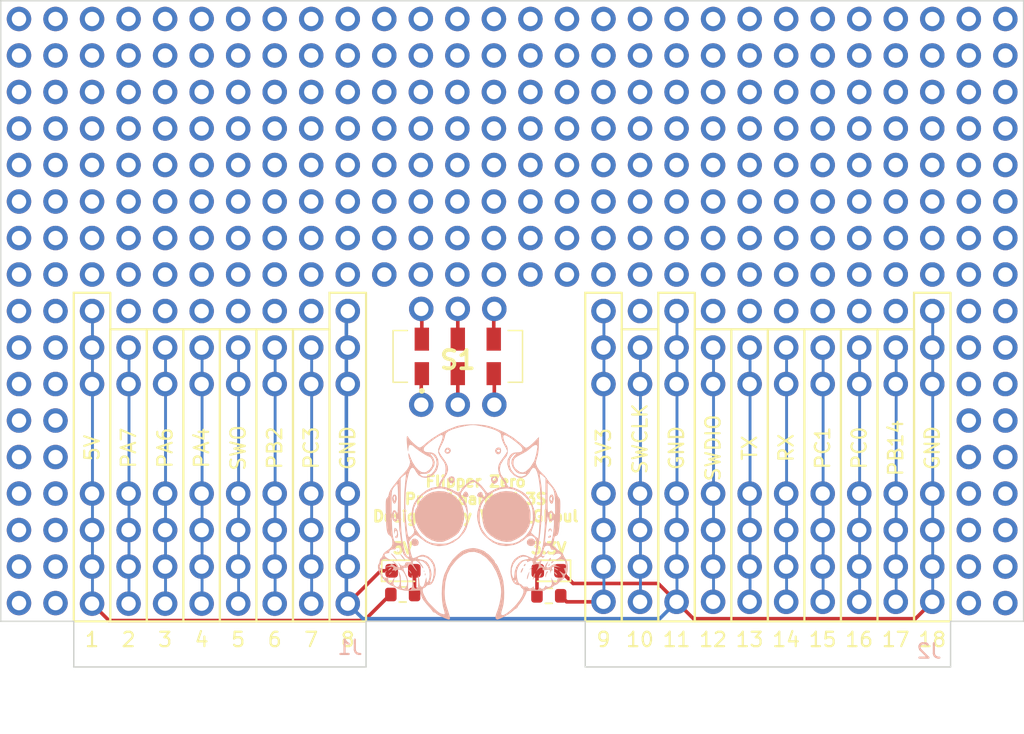
<source format=kicad_pcb>
(kicad_pcb (version 20221018) (generator pcbnew)
  (layers (0 "F.Cu" signal) (31 "B.Cu" signal) (34 "B.Paste" user) (35 "F.Paste" user) (36 "B.SilkS" user "B.Silkscreen") (37 "F.SilkS" user "F.Silkscreen") (38 "B.Mask" user) (39 "F.Mask" user) (44 "Edge.Cuts" user))
  (net 0 "")
  (net 1 "+5V")
  (net 2 "+3.3V")
  (net 3 "GND")
  (net 4 "PC3")
  (net 5 "PB2")
  (net 6 "SWO")
  (net 7 "PA4")
  (net 8 "PA6")
  (net 9 "PA7")
  (net 10 "PB14")
  (net 11 "PC0")
  (net 12 "PC1")
  (net 13 "RX")
  (net 14 "TX")
  (net 15 "SWDIO")
  (net 16 "SWCLK")
  (net 17 "Net-(J3-Pin_1)")
  (net 18 "Net-(J4-Pin_1)")
  (net 19 "Net-(J3-Pin_3)")
  (net 20 "Net-(J3-Pin_2)")
  (net 21 "Net-(J4-Pin_3)")
  (net 22 "Net-(J4-Pin_2)")
  (net 23 "Net-(D1-A)")
  (net 24 "Net-(D2-A)")
  (footprint "Connector_PinSocket_2.54mm:PinSocket_1x01_P2.54mm_Vertical" (layer "F.Cu") (at 139.29 93.18)
    (fp_text reference "REF39" hide)
    (fp_text value "PinSocket_1x01_P2.54mm_Vertical" hide)
  )
  (footprint "Connector_PinSocket_2.54mm:PinSocket_1x01_P2.54mm_Vertical" (layer "F.Cu") (at 154.53 113.5)
    (fp_text reference "REF237" hide)
    (fp_text value "PinSocket_1x01_P2.54mm_Vertical" hide)
  )
  (footprint "Connector_PinSocket_2.54mm:PinSocket_1x01_P2.54mm_Vertical" (layer "F.Cu") (at 116.43 100.8)
    (fp_text reference "REF102" hide)
    (fp_text value "PinSocket_1x01_P2.54mm_Vertical" hide)
  )
  (footprint "Connector_PinSocket_2.54mm:PinSocket_1x01_P2.54mm_Vertical" (layer "F.Cu") (at 111.35 100.8)
    (fp_text reference "REF100" hide)
    (fp_text value "PinSocket_1x01_P2.54mm_Vertical" hide)
  )
  (footprint "Connector_PinSocket_2.54mm:PinSocket_1x01_P2.54mm_Vertical" (layer "F.Cu") (at 149.45 103.34)
    (fp_text reference "REF139" hide)
    (fp_text value "PinSocket_1x01_P2.54mm_Vertical" hide)
  )
  (footprint "Connector_PinSocket_2.54mm:PinSocket_1x01_P2.54mm_Vertical" (layer "F.Cu") (at 139.29 95.72)
    (fp_text reference "REF63" hide)
    (fp_text value "PinSocket_1x01_P2.54mm_Vertical" hide)
  )
  (footprint "Connector_PinSocket_2.54mm:PinSocket_1x01_P2.54mm_Vertical" (layer "F.Cu") (at 116.43 108.42)
    (fp_text reference "REF174" hide)
    (fp_text value "PinSocket_1x01_P2.54mm_Vertical" hide)
  )
  (footprint "Connector_PinSocket_2.54mm:PinSocket_1x01_P2.54mm_Vertical" (layer "F.Cu") (at 141.83 128.74)
    (fp_text reference "REF271" hide)
    (fp_text value "PinSocket_1x01_P2.54mm_Vertical" hide)
  )
  (footprint "Connector_PinSocket_2.54mm:PinSocket_1x01_P2.54mm_Vertical" (layer "F.Cu") (at 108.81 100.8)
    (fp_text reference "REF99" hide)
    (fp_text value "PinSocket_1x01_P2.54mm_Vertical" hide)
  )
  (footprint "Connector_PinSocket_2.54mm:PinSocket_1x01_P2.54mm_Vertical" (layer "F.Cu") (at 139.29 113.5)
    (fp_text reference "REF231" hide)
    (fp_text value "PinSocket_1x01_P2.54mm_Vertical" hide)
  )
  (footprint "Connector_PinSocket_2.54mm:PinSocket_1x01_P2.54mm_Vertical" (layer "F.Cu") (at 103.73 98.26)
    (fp_text reference "REF73" hide)
    (fp_text value "PinSocket_1x01_P2.54mm_Vertical" hide)
  )
  (footprint "Connector_PinSocket_2.54mm:PinSocket_1x01_P2.54mm_Vertical" (layer "F.Cu") (at 103.73 105.88)
    (fp_text reference "REF145" hide)
    (fp_text value "PinSocket_1x01_P2.54mm_Vertical" hide)
  )
  (footprint "Connector_PinSocket_2.54mm:PinSocket_1x01_P2.54mm_Vertical" (layer "F.Cu") (at 144.37 93.18)
    (fp_text reference "REF41" hide)
    (fp_text value "PinSocket_1x01_P2.54mm_Vertical" hide)
  )
  (footprint "Connector_PinSocket_2.54mm:PinSocket_1x01_P2.54mm_Vertical" (layer "F.Cu") (at 113.89 93.18)
    (fp_text reference "REF29" hide)
    (fp_text value "PinSocket_1x01_P2.54mm_Vertical" hide)
  )
  (footprint "Connector_PinSocket_2.54mm:PinSocket_1x01_P2.54mm_Vertical" (layer "F.Cu") (at 108.81 116.04)
    (fp_text reference "REF123" hide)
    (fp_text value "PinSocket_1x01_P2.54mm_Vertical" hide)
  )
  (footprint "Connector_PinSocket_2.54mm:PinSocket_1x01_P2.54mm_Vertical" (layer "F.Cu") (at 167.23 98.26)
    (fp_text reference "REF289" hide)
    (fp_text value "PinSocket_1x01_P2.54mm_Vertical" hide)
  )
  (footprint "Connector_PinSocket_2.54mm:PinSocket_1x01_P2.54mm_Vertical" (layer "F.Cu") (at 144.37 110.96)
    (fp_text reference "REF209" hide)
    (fp_text value "PinSocket_1x01_P2.54mm_Vertical" hide)
  )
  (footprint "Connector_PinHeader_2.54mm:PinHeader_1x08_P2.54mm_Horizontal" (layer "F.Cu") (at 121.51 131.318 -90)
    (fp_text reference "J1")
    (fp_text value "Conn_01x08")
  )
  (footprint "Connector_PinSocket_2.54mm:PinSocket_1x01_P2.54mm_Vertical" (layer "F.Cu") (at 146.91 113.5)
    (fp_text reference "REF234" hide)
    (fp_text value "PinSocket_1x01_P2.54mm_Vertical" hide)
  )
  (footprint "Connector_PinSocket_2.54mm:PinSocket_1x01_P2.54mm_Vertical" (layer "F.Cu") (at 111.35 105.88)
    (fp_text reference "REF148" hide)
    (fp_text value "PinSocket_1x01_P2.54mm_Vertical" hide)
  )
  (footprint "Connector_PinSocket_2.54mm:PinSocket_1x01_P2.54mm_Vertical" (layer "F.Cu") (at 116.43 95.72)
    (fp_text reference "REF54" hide)
    (fp_text value "PinSocket_1x01_P2.54mm_Vertical" hide)
  )
  (footprint "Connector_PinSocket_2.54mm:PinSocket_1x01_P2.54mm_Vertical" (layer "F.Cu") (at 98.65 116.04)
    (fp_text reference "REF349" hide)
    (fp_text value "PinSocket_1x01_P2.54mm_Vertical" hide)
  )
  (footprint "Connector_PinSocket_2.54mm:PinSocket_1x01_P2.54mm_Vertical" (layer "F.Cu") (at 103.73 126.2)
    (fp_text reference "REF240" hide)
    (fp_text value "PinSocket_1x01_P2.54mm_Vertical" hide)
  )
  (footprint "Connector_PinSocket_2.54mm:PinSocket_1x01_P2.54mm_Vertical" (layer "F.Cu") (at 126.59 93.18)
    (fp_text reference "REF34" hide)
    (fp_text value "PinSocket_1x01_P2.54mm_Vertical" hide)
  )
  (footprint "Connector_PinSocket_2.54mm:PinSocket_1x01_P2.54mm_Vertical" (layer "F.Cu") (at 164.69 98.26)
    (fp_text reference "REF288" hide)
    (fp_text value "PinSocket_1x01_P2.54mm_Vertical" hide)
  )
  (footprint "Connector_PinSocket_2.54mm:PinSocket_1x01_P2.54mm_Vertical" (layer "F.Cu") (at 103.73 93.18)
    (fp_text reference "REF25" hide)
    (fp_text value "PinSocket_1x01_P2.54mm_Vertical" hide)
  )
  (footprint "Connector_PinSocket_2.54mm:PinSocket_1x01_P2.54mm_Vertical" (layer "F.Cu") (at 151.99 98.26)
    (fp_text reference "REF92" hide)
    (fp_text value "PinSocket_1x01_P2.54mm_Vertical" hide)
  )
  (footprint "Connector_PinSocket_2.54mm:PinSocket_1x01_P2.54mm_Vertical" (layer "F.Cu") (at 146.91 98.26)
    (fp_text reference "REF90" hide)
    (fp_text value "PinSocket_1x01_P2.54mm_Vertical" hide)
  )
  (footprint "Connector_PinSocket_2.54mm:PinSocket_1x01_P2.54mm_Vertical" (layer "F.Cu") (at 101.19 113.5)
    (fp_text reference "REF348" hide)
    (fp_text value "PinSocket_1x01_P2.54mm_Vertical" hide)
  )
  (footprint "Connector_PinSocket_2.54mm:PinSocket_1x01_P2.54mm_Vertical" (layer "F.Cu") (at 98.65 126.2)
    (fp_text reference "REF357" hide)
    (fp_text value "PinSocket_1x01_P2.54mm_Vertical" hide)
  )
  (footprint "Connector_PinSocket_2.54mm:PinSocket_1x01_P2.54mm_Vertical" (layer "F.Cu") (at 141.83 113.5)
    (fp_text reference "REF232" hide)
    (fp_text value "PinSocket_1x01_P2.54mm_Vertical" hide)
  )
  (footprint "Connector_PinSocket_2.54mm:PinSocket_1x01_P2.54mm_Vertical" (layer "F.Cu") (at 144.37 126.2)
    (fp_text reference "REF262" hide)
    (fp_text value "PinSocket_1x01_P2.54mm_Vertical" hide)
  )
  (footprint "Connector_PinSocket_2.54mm:PinSocket_1x01_P2.54mm_Vertical" (layer "F.Cu") (at 106.27 126.2)
    (fp_text reference "REF246" hide)
    (fp_text value "PinSocket_1x01_P2.54mm_Vertical" hide)
  )
  (footprint "Connector_PinSocket_2.54mm:PinSocket_1x01_P2.54mm_Vertical" (layer "F.Cu") (at 144.37 108.42)
    (fp_text reference "REF185" hide)
    (fp_text value "PinSocket_1x01_P2.54mm_Vertical" hide)
  )
  (footprint "Connector_PinSocket_2.54mm:PinSocket_1x01_P2.54mm_Vertical" (layer "F.Cu") (at 164.69 126.2)
    (fp_text reference "REF321" hide)
    (fp_text value "PinSocket_1x01_P2.54mm_Vertical" hide)
  )
  (footprint "Connector_PinSocket_2.54mm:PinSocket_1x01_P2.54mm_Vertical" (layer "F.Cu") (at 151.99 108.42)
    (fp_text reference "REF188" hide)
    (fp_text value "PinSocket_1x01_P2.54mm_Vertical" hide)
  )
  (footprint "Connector_PinSocket_2.54mm:PinSocket_1x01_P2.54mm_Vertical" (layer "F.Cu") (at 106.27 116.04)
    (fp_text reference "REF122" hide)
    (fp_text value "PinSocket_1x01_P2.54mm_Vertical" hide)
  )
  (footprint "Connector_PinSocket_2.54mm:PinSocket_1x01_P2.54mm_Vertical" (layer "F.Cu") (at 146.91 95.72)
    (fp_text reference "REF66" hide)
    (fp_text value "PinSocket_1x01_P2.54mm_Vertical" hide)
  )
  (footprint "Connector_PinSocket_2.54mm:PinSocket_1x01_P2.54mm_Vertical" (layer "F.Cu") (at 124.05 103.34)
    (fp_text reference "REF129" hide)
    (fp_text value "PinSocket_1x01_P2.54mm_Vertical" hide)
  )
  (footprint "Connector_PinSocket_2.54mm:PinSocket_1x01_P2.54mm_Vertical" (layer "F.Cu") (at 106.27 103.34)
    (fp_text reference "REF122" hide)
    (fp_text value "PinSocket_1x01_P2.54mm_Vertical" hide)
  )
  (footprint "Connector_PinSocket_2.54mm:PinSocket_1x01_P2.54mm_Vertical" (layer "F.Cu") (at 106.27 110.96)
    (fp_text reference "REF194" hide)
    (fp_text value "PinSocket_1x01_P2.54mm_Vertical" hide)
  )
  (footprint "Connector_PinSocket_2.54mm:PinSocket_1x01_P2.54mm_Vertical" (layer "F.Cu") (at 121.51 95.72)
    (fp_text reference "REF56" hide)
    (fp_text value "PinSocket_1x01_P2.54mm_Vertical" hide)
  )
  (footprint "Connector_PinSocket_2.54mm:PinSocket_1x01_P2.54mm_Vertical" (layer "F.Cu") (at 154.53 93.18)
    (fp_text reference "REF45" hide)
    (fp_text value "PinSocket_1x01_P2.54mm_Vertical" hide)
  )
  (footprint "Connector_PinSocket_2.54mm:PinSocket_1x01_P2.54mm_Vertical" (layer "F.Cu") (at 162.15 90.64)
    (fp_text reference "REF24" hide)
    (fp_text value "PinSocket_1x01_P2.54mm_Vertical" hide)
  )
  (footprint "Connector_PinSocket_2.54mm:PinSocket_1x01_P2.54mm_Vertical" (layer "F.Cu") (at 159.61 126.2)
    (fp_text reference "REF268" hide)
    (fp_text value "PinSocket_1x01_P2.54mm_Vertical" hide)
  )
  (footprint "Connector_PinSocket_2.54mm:PinSocket_1x01_P2.54mm_Vertical" (layer "F.Cu") (at 101.19 93.18)
    (fp_text reference "REF332" hide)
    (fp_text value "PinSocket_1x01_P2.54mm_Vertical" hide)
  )
  (footprint "Connector_PinSocket_2.54mm:PinSocket_1x01_P2.54mm_Vertical" (layer "F.Cu") (at 103.73 95.72)
    (fp_text reference "REF49" hide)
    (fp_text value "PinSocket_1x01_P2.54mm_Vertical" hide)
  )
  (footprint "Connector_PinSocket_2.54mm:PinSocket_1x01_P2.54mm_Vertical" (layer "F.Cu") (at 144.37 123.66)
    (fp_text reference "REF185" hide)
    (fp_text value "PinSocket_1x01_P2.54mm_Vertical" hide)
  )
  (footprint "Connector_PinSocket_2.54mm:PinSocket_1x01_P2.54mm_Vertical" (layer "F.Cu") (at 111.35 126.2)
    (fp_text reference "REF248" hide)
    (fp_text value "PinSocket_1x01_P2.54mm_Vertical" hide)
  )
  (footprint "Connector_PinSocket_2.54mm:PinSocket_1x01_P2.54mm_Vertical" (layer "F.Cu") (at 129.13 103.34)
    (fp_text reference "REF131" hide)
    (fp_text value "PinSocket_1x01_P2.54mm_Vertical" hide)
  )
  (footprint "Connector_PinSocket_2.54mm:PinSocket_1x01_P2.54mm_Vertical" (layer "F.Cu") (at 159.61 90.64)
    (fp_text reference "REF23" hide)
    (fp_text value "PinSocket_1x01_P2.54mm_Vertical" hide)
  )
  (footprint "Connector_PinSocket_2.54mm:PinSocket_1x01_P2.54mm_Vertical" (layer "F.Cu") (at 157.07 95.72)
    (fp_text reference "REF70" hide)
    (fp_text value "PinSocket_1x01_P2.54mm_Vertical" hide)
  )
  (footprint "Connector_PinSocket_2.54mm:PinSocket_1x01_P2.54mm_Vertical" (layer "F.Cu") (at 101.19 123.66)
    (fp_text reference "REF356" hide)
    (fp_text value "PinSocket_1x01_P2.54mm_Vertical" hide)
  )
  (footprint "Connector_PinSocket_2.54mm:PinSocket_1x01_P2.54mm_Vertical" (layer "F.Cu") (at 131.67 100.8)
    (fp_text reference "REF108" hide)
    (fp_text value "PinSocket_1x01_P2.54mm_Vertical" hide)
  )
  (footprint "Connector_PinSocket_2.54mm:PinSocket_1x01_P2.54mm_Vertical" (layer "F.Cu") (at 108.81 103.34)
    (fp_text reference "REF123" hide)
    (fp_text value "PinSocket_1x01_P2.54mm_Vertical" hide)
  )
  (footprint "Connector_PinSocket_2.54mm:PinSocket_1x01_P2.54mm_Vertical" (layer "F.Cu") (at 167.23 90.64)
    (fp_text reference "REF280" hide)
    (fp_text value "PinSocket_1x01_P2.54mm_Vertical" hide)
  )
  (footprint "Connector_PinSocket_2.54mm:PinSocket_1x01_P2.54mm_Vertical" (layer "F.Cu") (at 126.59 90.64)
    (fp_text reference "REF10" hide)
    (fp_text value "PinSocket_1x01_P2.54mm_Vertical" hide)
  )
  (footprint "Connector_PinSocket_2.54mm:PinSocket_1x01_P2.54mm_Vertical" (layer "F.Cu") (at 139.29 108.42)
    (fp_text reference "REF183" hide)
    (fp_text value "PinSocket_1x01_P2.54mm_Vertical" hide)
  )
  (footprint "Connector_PinSocket_2.54mm:PinSocket_1x01_P2.54mm_Vertical" (layer "F.Cu") (at 111.35 128.74)
    (fp_text reference "REF256" hide)
    (fp_text value "PinSocket_1x01_P2.54mm_Vertical" hide)
  )
  (footprint "Connector_PinSocket_2.54mm:PinSocket_1x01_P2.54mm_Vertical" (layer "F.Cu") (at 159.61 128.74)
    (fp_text reference "REF278" hide)
    (fp_text value "PinSocket_1x01_P2.54mm_Vertical" hide)
  )
  (footprint "Connector_PinSocket_2.54mm:PinSocket_1x01_P2.54mm_Vertical" (layer "F.Cu") (at 124.05 98.26)
    (fp_text reference "REF81" hide)
    (fp_text value "PinSocket_1x01_P2.54mm_Vertical" hide)
  )
  (footprint "Connector_PinSocket_2.54mm:PinSocket_1x01_P2.54mm_Vertical" (layer "F.Cu") (at 149.45 90.64)
    (fp_text reference "REF19" hide)
    (fp_text value "PinSocket_1x01_P2.54mm_Vertical" hide)
  )
  (footprint "Connector_PinSocket_2.54mm:PinSocket_1x01_P2.54mm_Vertical" (layer "F.Cu") (at 149.45 95.72)
    (fp_text reference "REF67" hide)
    (fp_text value "PinSocket_1x01_P2.54mm_Vertical" hide)
  )
  (footprint "Connector_PinSocket_2.54mm:PinSocket_1x01_P2.54mm_Vertical" (layer "F.Cu") (at 121.51 108.42)
    (fp_text reference "REF176" hide)
    (fp_text value "PinSocket_1x01_P2.54mm_Vertical" hide)
  )
  (footprint "Connector_PinSocket_2.54mm:PinSocket_1x01_P2.54mm_Vertical" (layer "F.Cu") (at 151.99 105.88)
    (fp_text reference "REF164" hide)
    (fp_text value "PinSocket_1x01_P2.54mm_Vertical" hide)
  )
  (footprint "Connector_PinSocket_2.54mm:PinSocket_1x01_P2.54mm_Vertical" (layer "F.Cu") (at 103.73 90.64)
    (fp_text reference "REF1" hide)
    (fp_text value "PinSocket_1x01_P2.54mm_Vertical" hide)
  )
  (footprint "Connector_PinSocket_2.54mm:PinSocket_1x01_P2.54mm_Vertical" (layer "F.Cu") (at 146.91 123.66)
    (fp_text reference "REF186" hide)
    (fp_text value "PinSocket_1x01_P2.54mm_Vertical" hide)
  )
  (footprint "Connector_PinSocket_2.54mm:PinSocket_1x01_P2.54mm_Vertical" (layer "F.Cu") (at 101.19 128.74)
    (fp_text reference "REF360" hide)
    (fp_text value "PinSocket_1x01_P2.54mm_Vertical" hide)
  )
  (footprint "Connector_PinSocket_2.54mm:PinSocket_1x01_P2.54mm_Vertical" (layer "F.Cu") (at 154.53 108.42)
    (fp_text reference "REF189" hide)
    (fp_text value "PinSocket_1x01_P2.54mm_Vertical" hide)
  )
  (footprint "Connector_PinSocket_2.54mm:PinSocket_1x01_P2.54mm_Vertical" (layer "F.Cu") (at 159.61 105.88)
    (fp_text reference "REF167" hide)
    (fp_text value "PinSocket_1x01_P2.54mm_Vertical" hide)
  )
  (footprint "Connector_PinSocket_2.54mm:PinSocket_1x01_P2.54mm_Vertical" (layer "F.Cu") (at 131.67 93.18)
    (fp_text reference "REF36" hide)
    (fp_text value "PinSocket_1x01_P2.54mm_Vertical" hide)
  )
  (footprint "Connector_PinSocket_2.54mm:PinSocket_1x01_P2.54mm_Vertical" (layer "F.Cu") (at 157.07 108.42)
    (fp_text reference "REF190" hide)
    (fp_text value "PinSocket_1x01_P2.54mm_Vertical" hide)
  )
  (footprint "Connector_PinSocket_2.54mm:PinSocket_1x01_P2.54mm_Vertical" (layer "F.Cu") (at 164.69 108.42)
    (fp_text reference "REF300" hide)
    (fp_text value "PinSocket_1x01_P2.54mm_Vertical" hide)
  )
  (footprint "Connector_PinSocket_2.54mm:PinSocket_1x01_P2.54mm_Vertical" (layer "F.Cu") (at 118.97 116.04)
    (fp_text reference "REF127" hide)
    (fp_text value "PinSocket_1x01_P2.54mm_Vertical" hide)
  )
  (footprint "Connector_PinSocket_2.54mm:PinSocket_1x01_P2.54mm_Vertical" (layer "F.Cu") (at 121.51 100.8)
    (fp_text reference "REF104" hide)
    (fp_text value "PinSocket_1x01_P2.54mm_Vertical" hide)
  )
  (footprint "Connector_PinSocket_2.54mm:PinSocket_1x01_P2.54mm_Vertical" (layer "F.Cu") (at 136.75 95.72)
    (fp_text reference "REF62" hide)
    (fp_text value "PinSocket_1x01_P2.54mm_Vertical" hide)
  )
  (footprint "Connector_PinSocket_2.54mm:PinSocket_1x01_P2.54mm_Vertical" (layer "F.Cu") (at 149.45 123.66)
    (fp_text reference "REF187" hide)
    (fp_text value "PinSocket_1x01_P2.54mm_Vertical" hide)
  )
  (footprint "Connector_PinHeader_2.54mm:PinHeader_1x10_P2.54mm_Horizontal" (layer "F.Cu") (at 162.15 131.191 -90)
    (fp_text reference "J2")
    (fp_text value "Conn_01x10")
  )
  (footprint "Connector_PinSocket_2.54mm:PinSocket_1x01_P2.54mm_Vertical" (layer "F.Cu") (at 121.51 110.96)
    (fp_text reference "REF200" hide)
    (fp_text value "PinSocket_1x01_P2.54mm_Vertical" hide)
  )
  (footprint "Connector_PinSocket_2.54mm:PinSocket_1x01_P2.54mm_Vertical" (layer "F.Cu") (at 113.89 103.34)
    (fp_text reference "REF125" hide)
    (fp_text value "PinSocket_1x01_P2.54mm_Vertical" hide)
  )
  (footprint "Connector_PinSocket_2.54mm:PinSocket_1x01_P2.54mm_Vertical" (layer "F.Cu") (at 106.27 128.74)
    (fp_text reference "REF254" hide)
    (fp_text value "PinSocket_1x01_P2.54mm_Vertical" hide)
  )
  (footprint "Connector_PinSocket_2.54mm:PinSocket_1x01_P2.54mm_Vertical" (layer "F.Cu") (at 157.07 100.8)
    (fp_text reference "REF118" hide)
    (fp_text value "PinSocket_1x01_P2.54mm_Vertical" hide)
  )
  (footprint "Connector_PinSocket_2.54mm:PinSocket_1x01_P2.54mm_Vertical" (layer "F.Cu") (at 164.69 110.96)
    (fp_text reference "REF303" hide)
    (fp_text value "PinSocket_1x01_P2.54mm_Vertical" hide)
  )
  (footprint "Connector_PinSocket_2.54mm:PinSocket_1x01_P2.54mm_Vertical" (layer "F.Cu") (at 118.97 103.34)
    (fp_text reference "REF127" hide)
    (fp_text value "PinSocket_1x01_P2.54mm_Vertical" hide)
  )
  (footprint "Connector_PinSocket_2.54mm:PinSocket_1x01_P2.54mm_Vertical" (layer "F.Cu") (at 116.43 105.88)
    (fp_text reference "REF150" hide)
    (fp_text value "PinSocket_1x01_P2.54mm_Vertical" hide)
  )
  (footprint "Connector_PinSocket_2.54mm:PinSocket_1x01_P2.54mm_Vertical" (layer "F.Cu") (at 146.91 103.34)
    (fp_text reference "REF138" hide)
    (fp_text value "PinSocket_1x01_P2.54mm_Vertical" hide)
  )
  (footprint "Connector_PinSocket_2.54mm:PinSocket_1x01_P2.54mm_Vertical" (layer "F.Cu") (at 149.45 93.18)
    (fp_text reference "REF43" hide)
    (fp_text value "PinSocket_1x01_P2.54mm_Vertical" hide)
  )
  (footprint "Connector_PinSocket_2.54mm:PinSocket_1x01_P2.54mm_Vertical" (layer "F.Cu") (at 164.69 128.74)
    (fp_text reference "REF324" hide)
    (fp_text value "PinSocket_1x01_P2.54mm_Vertical" hide)
  )
  (footprint "Connector_PinSocket_2.54mm:PinSocket_1x01_P2.54mm_Vertical" (layer "F.Cu") (at 136.75 100.8)
    (fp_text reference "REF110" hide)
    (fp_text value "PinSocket_1x01_P2.54mm_Vertical" hide)
  )
  (footprint "Connector_PinSocket_2.54mm:PinSocket_1x01_P2.54mm_Vertical" (layer "F.Cu") (at 134.21 93.18)
    (fp_text reference "REF37" hide)
    (fp_text value "PinSocket_1x01_P2.54mm_Vertical" hide)
  )
  (footprint "Connector_PinSocket_2.54mm:PinSocket_1x01_P2.54mm_Vertical" (layer "F.Cu") (at 121.51 116.04)
    (fp_text reference "REF128" hide)
    (fp_text value "PinSocket_1x01_P2.54mm_Vertical" hide)
  )
  (footprint "Connector_PinSocket_2.54mm:PinSocket_1x01_P2.54mm_Vertical" (layer "F.Cu") (at 126.59 108.42)
    (fp_text reference "REF178" hide)
    (fp_text value "PinSocket_1x01_P2.54mm_Vertical" hide)
  )
  (footprint "Connector_PinSocket_2.54mm:PinSocket_1x01_P2.54mm_Vertical" (layer "F.Cu") (at 162.15 113.5)
    (fp_text reference "REF240" hide)
    (fp_text value "PinSocket_1x01_P2.54mm_Vertical" hide)
  )
  (footprint "Connector_PinSocket_2.54mm:PinSocket_1x01_P2.54mm_Vertical" (layer "F.Cu") (at 154.53 126.2)
    (fp_text reference "REF266" hide)
    (fp_text value "PinSocket_1x01_P2.54mm_Vertical" hide)
  )
  (footprint "Connector_PinSocket_2.54mm:PinSocket_1x01_P2.54mm_Vertical" (layer "F.Cu") (at 121.51 90.64)
    (fp_text reference "REF8" hide)
    (fp_text value "PinSocket_1x01_P2.54mm_Vertical" hide)
  )
  (footprint "Connector_PinSocket_2.54mm:PinSocket_1x01_P2.54mm_Vertical" (layer "F.Cu") (at 162.15 103.34)
    (fp_text reference "REF144" hide)
    (fp_text value "PinSocket_1x01_P2.54mm_Vertical" hide)
  )
  (footprint "Connector_PinSocket_2.54mm:PinSocket_1x01_P2.54mm_Vertical" (layer "F.Cu") (at 144.37 100.8)
    (fp_text reference "REF113" hide)
    (fp_text value "PinSocket_1x01_P2.54mm_Vertical" hide)
  )
  (footprint "Connector_PinSocket_2.54mm:PinSocket_1x01_P2.54mm_Vertical" (layer "F.Cu") (at 98.65 121.12)
    (fp_text reference "REF353" hide)
    (fp_text value "PinSocket_1x01_P2.54mm_Vertical" hide)
  )
  (footprint "Connector_PinHeader_2.54mm:PinHeader_1x03_P2.54mm_Vertical" (layer "F.Cu") (at 131.699 117.475 -90)
    (fp_text reference "J3" hide)
    (fp_text value "Conn_01x03")
  )
  (footprint "Connector_PinSocket_2.54mm:PinSocket_1x01_P2.54mm_Vertical" (layer "F.Cu") (at 146.91 108.42)
    (fp_text reference "REF186" hide)
    (fp_text value "PinSocket_1x01_P2.54mm_Vertical" hide)
  )
  (footprint "Connector_PinSocket_2.54mm:PinSocket_1x01_P2.54mm_Vertical" (layer "F.Cu") (at 111.35 103.34)
    (fp_text reference "REF124" hide)
    (fp_text value "PinSocket_1x01_P2.54mm_Vertical" hide)
  )
  (footprint "Connector_PinSocket_2.54mm:PinSocket_1x01_P2.54mm_Vertical" (layer "F.Cu") (at 151.99 90.64)
    (fp_text reference "REF20" hide)
    (fp_text value "PinSocket_1x01_P2.54mm_Vertical" hide)
  )
  (footprint "Connector_PinSocket_2.54mm:PinSocket_1x01_P2.54mm_Vertical" (layer "F.Cu") (at 164.69 100.8)
    (fp_text reference "REF291" hide)
    (fp_text value "PinSocket_1x01_P2.54mm_Vertical" hide)
  )
  (footprint "Connector_PinSocket_2.54mm:PinSocket_1x01_P2.54mm_Vertical" (layer "F.Cu") (at 101.19 118.58)
    (fp_text reference "REF352" hide)
    (fp_text value "PinSocket_1x01_P2.54mm_Vertical" hide)
  )
  (footprint "Connector_PinSocket_2.54mm:PinSocket_1x01_P2.54mm_Vertical" (layer "F.Cu") (at 167.23 103.34)
    (fp_text reference "REF295" hide)
    (fp_text value "PinSocket_1x01_P2.54mm_Vertical" hide)
  )
  (footprint "Connector_PinSocket_2.54mm:PinSocket_1x01_P2.54mm_Vertical" (layer "F.Cu") (at 101.19 108.42)
    (fp_text reference "REF344" hide)
    (fp_text value "PinSocket_1x01_P2.54mm_Vertical" hide)
  )
  (footprint "Connector_PinSocket_2.54mm:PinSocket_1x01_P2.54mm_Vertical" (layer "F.Cu") (at 98.65 128.74)
    (fp_text reference "REF359" hide)
    (fp_text value "PinSocket_1x01_P2.54mm_Vertical" hide)
  )
  (footprint "Connector_PinSocket_2.54mm:PinSocket_1x01_P2.54mm_Vertical" (layer "F.Cu") (at 108.81 108.42)
    (fp_text reference "REF171" hide)
    (fp_text value "PinSocket_1x01_P2.54mm_Vertical" hide)
  )
  (footprint "Connector_PinSocket_2.54mm:PinSocket_1x01_P2.54mm_Vertical" (layer "F.Cu") (at 162.15 110.96)
    (fp_text reference "REF216" hide)
    (fp_text value "PinSocket_1x01_P2.54mm_Vertical" hide)
  )
  (footprint "Connector_PinSocket_2.54mm:PinSocket_1x01_P2.54mm_Vertical" (layer "F.Cu") (at 164.69 123.66)
    (fp_text reference "REF318" hide)
    (fp_text value "PinSocket_1x01_P2.54mm_Vertical" hide)
  )
  (footprint "Connector_PinSocket_2.54mm:PinSocket_1x01_P2.54mm_Vertical" (layer "F.Cu") (at 164.69 131.28)
    (fp_text reference "REF327" hide)
    (fp_text value "PinSocket_1x01_P2.54mm_Vertical" hide)
  )
  (footprint "Connector_PinSocket_2.54mm:PinSocket_1x01_P2.54mm_Vertical" (layer "F.Cu") (at 126.59 100.8)
    (fp_text reference "REF106" hide)
    (fp_text value "PinSocket_1x01_P2.54mm_Vertical" hide)
  )
  (footprint "Connector_PinSocket_2.54mm:PinSocket_1x01_P2.54mm_Vertical" (layer "F.Cu") (at 108.81 113.5)
    (fp_text reference "REF219" hide)
    (fp_text value "PinSocket_1x01_P2.54mm_Vertical" hide)
  )
  (footprint "Connector_PinSocket_2.54mm:PinSocket_1x01_P2.54mm_Vertical" (layer "F.Cu") (at 98.65 108.42)
    (fp_text reference "REF343" hide)
    (fp_text value "PinSocket_1x01_P2.54mm_Vertical" hide)
  )
  (footprint "Connector_PinSocket_2.54mm:PinSocket_1x01_P2.54mm_Vertical" (layer "F.Cu") (at 134.21 90.64)
    (fp_text reference "REF13" hide)
    (fp_text value "PinSocket_1x01_P2.54mm_Vertical" hide)
  )
  (footprint "Connector_PinSocket_2.54mm:PinSocket_1x01_P2.54mm_Vertical" (layer "F.Cu") (at 151.99 110.96)
    (fp_text reference "REF212" hide)
    (fp_text value "PinSocket_1x01_P2.54mm_Vertical" hide)
  )
  (footprint "Connector_PinSocket_2.54mm:PinSocket_1x01_P2.54mm_Vertical" (layer "F.Cu") (at 106.27 93.18)
    (fp_text reference "REF26" hide)
    (fp_text value "PinSocket_1x01_P2.54mm_Vertical" hide)
  )
  (footprint "Connector_PinSocket_2.54mm:PinSocket_1x01_P2.54mm_Vertical" (layer "F.Cu") (at 101.19 90.64)
    (fp_text reference "REF330" hide)
    (fp_text value "PinSocket_1x01_P2.54mm_Vertical" hide)
  )
  (footprint "Connector_PinSocket_2.54mm:PinSocket_1x01_P2.54mm_Vertical" (layer "F.Cu") (at 111.35 93.18)
    (fp_text reference "REF28" hide)
    (fp_text value "PinSocket_1x01_P2.54mm_Vertical" hide)
  )
  (footprint "Connector_PinSocket_2.54mm:PinSocket_1x01_P2.54mm_Vertical" (layer "F.Cu") (at 146.91 128.74)
    (fp_text reference "REF273" hide)
    (fp_text value "PinSocket_1x01_P2.54mm_Vertical" hide)
  )
  (footprint "Connector_PinSocket_2.54mm:PinSocket_1x01_P2.54mm_Vertical" (layer "F.Cu") (at 141.83 123.66)
    (fp_text reference "REF184" hide)
    (fp_text value "PinSocket_1x01_P2.54mm_Vertical" hide)
  )
  (footprint "Connector_PinSocket_2.54mm:PinSocket_1x01_P2.54mm_Vertical" (layer "F.Cu") (at 151.99 93.18)
    (fp_text reference "REF44" hide)
    (fp_text value "PinSocket_1x01_P2.54mm_Vertical" hide)
  )
  (footprint "Connector_PinSocket_2.54mm:PinSocket_1x01_P2.54mm_Vertical" (layer "F.Cu") (at 113.89 105.88)
    (fp_text reference "REF149" hide)
    (fp_text value "PinSocket_1x01_P2.54mm_Vertical" hide)
  )
  (footprint "Connector_PinSocket_2.54mm:PinSocket_1x01_P2.54mm_Vertical" (layer "F.Cu") (at 136.75 108.42)
    (fp_text reference "REF182" hide)
    (fp_text value "PinSocket_1x01_P2.54mm_Vertical" hide)
  )
  (footprint "Connector_PinSocket_2.54mm:PinSocket_1x01_P2.54mm_Vertical" (layer "F.Cu") (at 159.61 110.96)
    (fp_text reference "REF215" hide)
    (fp_text value "PinSocket_1x01_P2.54mm_Vertical" hide)
  )
  (footprint "Connector_PinSocket_2.54mm:PinSocket_1x01_P2.54mm_Vertical" (layer "F.Cu") (at 139.29 126.2)
    (fp_text reference "REF240" hide)
    (fp_text value "PinSocket_1x01_P2.54mm_Vertical" hide)
  )
  (footprint "Connector_PinSocket_2.54mm:PinSocket_1x01_P2.54mm_Vertical" (layer "F.Cu") (at 111.35 108.42)
    (fp_text reference "REF172" hide)
    (fp_text value "PinSocket_1x01_P2.54mm_Vertical" hide)
  )
  (footprint "Connector_PinSocket_2.54mm:PinSocket_1x01_P2.54mm_Vertical" (layer "F.Cu") (at 157.07 128.74)
    (fp_text reference "REF277" hide)
    (fp_text value "PinSocket_1x01_P2.54mm_Vertical" hide)
  )
  (footprint "Connector_PinSocket_2.54mm:PinSocket_1x01_P2.54mm_Vertical" (layer "F.Cu") (at 164.69 121.12)
    (fp_text reference "REF315" hide)
    (fp_text value "PinSocket_1x01_P2.54mm_Vertical" hide)
  )
  (footprint "Connector_PinSocket_2.54mm:PinSocket_1x01_P2.54mm_Vertical" (layer "F.Cu") (at 113.89 108.42)
    (fp_text reference "REF173" hide)
    (fp_text value "PinSocket_1x01_P2.54mm_Vertical" hide)
  )
  (footprint "Connector_PinSocket_2.54mm:PinSocket_1x01_P2.54mm_Vertical" (layer "F.Cu") (at 154.53 98.26)
    (fp_text reference "REF93" hide)
    (fp_text value "PinSocket_1x01_P2.54mm_Vertical" hide)
  )
  (footprint "Connector_PinSocket_2.54mm:PinSocket_1x01_P2.54mm_Vertical" (layer "F.Cu") (at 151.99 123.66)
    (fp_text reference "REF188" hide)
    (fp_text value "PinSocket_1x01_P2.54mm_Vertical" hide)
  )
  (footprint "Connector_PinSocket_2.54mm:PinSocket_1x01_P2.54mm_Vertical" (layer "F.Cu") (at 154.53 128.74)
    (fp_text reference "REF276" hide)
    (fp_text value "PinSocket_1x01_P2.54mm_Vertical" hide)
  )
  (footprint "Connector_PinSocket_2.54mm:PinSocket_1x01_P2.54mm_Vertical" (layer "F.Cu") (at 101.19 126.2)
    (fp_text reference "REF358" hide)
    (fp_text value "PinSocket_1x01_P2.54mm_Vertical" hide)
  )
  (footprint "Connector_PinSocket_2.54mm:PinSocket_1x01_P2.54mm_Vertical" (layer "F.Cu") (at 139.29 116.04)
    (fp_text reference "REF183" hide)
    (fp_text value "PinSocket_1x01_P2.54mm_Vertical" hide)
  )
  (footprint "Connector_PinSocket_2.54mm:PinSocket_1x01_P2.54mm_Vertical" (layer "F.Cu") (at 154.53 100.8)
    (fp_text reference "REF117" hide)
    (fp_text value "PinSocket_1x01_P2.54mm_Vertical" hide)
  )
  (footprint "Connector_PinSocket_2.54mm:PinSocket_1x01_P2.54mm_Vertical" (layer "F.Cu") (at 159.61 116.04)
    (fp_text reference "REF191" hide)
    (fp_text value "PinSocket_1x01_P2.54mm_Vertical" hide)
  )
  (footprint "Connector_PinSocket_2.54mm:PinSocket_1x01_P2.54mm_Vertical" (layer "F.Cu") (at 111.35 98.26)
    (fp_text reference "REF76" hide)
    (fp_text value "PinSocket_1x01_P2.54mm_Vertical" hide)
  )
  (footprint "Connector_PinSocket_2.54mm:PinSocket_1x01_P2.54mm_Vertical" (layer "F.Cu") (at 131.67 108.42)
    (fp_text reference "REF180" hide)
    (fp_text value "PinSocket_1x01_P2.54mm_Vertical" hide)
  )
  (footprint "Connector_PinSocket_2.54mm:PinSocket_1x01_P2.54mm_Vertical" (layer "F.Cu") (at 126.59 103.34)
    (fp_text reference "REF130" hide)
    (fp_text value "PinSocket_1x01_P2.54mm_Vertical" hide)
  )
  (footprint "Connector_PinSocket_2.54mm:PinSocket_1x01_P2.54mm_Vertical" (layer "F.Cu") (at 124.05 105.88)
    (fp_text reference "REF153" hide)
    (fp_text value "PinSocket_1x01_P2.54mm_Vertical" hide)
  )
  (footprint "Connector_PinSocket_2.54mm:PinSocket_1x01_P2.54mm_Vertical" (layer "F.Cu") (at 167.23 121.12)
    (fp_text reference "REF316" hide)
    (fp_text value "PinSocket_1x01_P2.54mm_Vertical" hide)
  )
  (footprint "Connector_PinSocket_2.54mm:PinSocket_1x01_P2.54mm_Vertical" (layer "F.Cu") (at 129.13 90.64)
    (fp_text reference "REF11" hide)
    (fp_text value "PinSocket_1x01_P2.54mm_Vertical" hide)
  )
  (footprint "Connector_PinSocket_2.54mm:PinSocket_1x01_P2.54mm_Vertical" (layer "F.Cu") (at 167.23 131.28)
    (fp_text reference "REF328" hide)
    (fp_text value "PinSocket_1x01_P2.54mm_Vertical" hide)
  )
  (footprint "Connector_PinSocket_2.54mm:PinSocket_1x01_P2.54mm_Vertical" (layer "F.Cu") (at 108.81 95.72)
    (fp_text reference "REF51" hide)
    (fp_text value "PinSocket_1x01_P2.54mm_Vertical" hide)
  )
  (footprint "Connector_PinSocket_2.54mm:PinSocket_1x01_P2.54mm_Vertical" (layer "F.Cu") (at 113.89 100.8)
    (fp_text reference "REF101" hide)
    (fp_text value "PinSocket_1x01_P2.54mm_Vertical" hide)
  )
  (footprint "Connector_PinSocket_2.54mm:PinSocket_1x01_P2.54mm_Vertical" (layer "F.Cu") (at 157.07 98.26)
    (fp_text reference "REF94" hide)
    (fp_text value "PinSocket_1x01_P2.54mm_Vertical" hide)
  )
  (footprint "Connector_PinSocket_2.54mm:PinSocket_1x01_P2.54mm_Vertical" (layer "F.Cu") (at 162.15 116.04)
    (fp_text reference "REF192" hide)
    (fp_text value "PinSocket_1x01_P2.54mm_Vertical" hide)
  )
  (footprint "Connector_PinSocket_2.54mm:PinSocket_1x01_P2.54mm_Vertical" (layer "F.Cu") (at 136.75 93.18)
    (fp_text reference "REF38" hide)
    (fp_text value "PinSocket_1x01_P2.54mm_Vertical" hide)
  )
  (footprint "Connector_PinSocket_2.54mm:PinSocket_1x01_P2.54mm_Vertical" (layer "F.Cu") (at 157.07 126.2)
    (fp_text reference "REF267" hide)
    (fp_text value "PinSocket_1x01_P2.54mm_Vertical" hide)
  )
  (footprint "Connector_PinSocket_2.54mm:PinSocket_1x01_P2.54mm_Vertical" (layer "F.Cu") (at 162.15 128.74)
    (fp_text reference "REF279" hide)
    (fp_text value "PinSocket_1x01_P2.54mm_Vertical" hide)
  )
  (footprint "Connector_PinSocket_2.54mm:PinSocket_1x01_P2.54mm_Vertical" (layer "F.Cu") (at 116.43 103.34)
    (fp_text reference "REF126" hide)
    (fp_text value "PinSocket_1x01_P2.54mm_Vertical" hide)
  )
  (footprint "Connector_PinSocket_2.54mm:PinSocket_1x01_P2.54mm_Vertical" (layer "F.Cu") (at 136.75 103.34)
    (fp_text reference "REF134" hide)
    (fp_text value "PinSocket_1x01_P2.54mm_Vertical" hide)
  )
  (footprint "Connector_PinSocket_2.54mm:PinSocket_1x01_P2.54mm_Vertical" (layer "F.Cu") (at 146.91 126.2)
    (fp_text reference "REF263" hide)
    (fp_text value "PinSocket_1x01_P2.54mm_Vertical" hide)
  )
  (footprint "Connector_PinSocket_2.54mm:PinSocket_1x01_P2.54mm_Vertical" (layer "F.Cu") (at 149.45 108.42)
    (fp_text reference "REF187" hide)
    (fp_text value "PinSocket_1x01_P2.54mm_Vertical" hide)
  )
  (footprint "Connector_PinSocket_2.54mm:PinSocket_1x01_P2.54mm_Vertical" (layer "F.Cu") (at 146.91 105.88)
    (fp_text reference "REF162" hide)
    (fp_text value "PinSocket_1x01_P2.54mm_Vertical" hide)
  )
  (footprint "Connector_PinSocket_2.54mm:PinSocket_1x01_P2.54mm_Vertical" (layer "F.Cu") (at 116.43 110.96)
    (fp_text reference "REF198" hide)
    (fp_text value "PinSocket_1x01_P2.54mm_Vertical" hide)
  )
  (footprint "Connector_PinSocket_2.54mm:PinSocket_1x01_P2.54mm_Vertical" (layer "F.Cu") (at 129.13 98.26)
    (fp_text reference "REF83" hide)
    (fp_text value "PinSocket_1x01_P2.54mm_Vertical" hide)
  )
  (footprint "Connector_PinSocket_2.54mm:PinSocket_1x01_P2.54mm_Vertical" (layer "F.Cu") (at 149.45 126.2)
    (fp_text reference "REF264" hide)
    (fp_text value "PinSocket_1x01_P2.54mm_Vertical" hide)
  )
  (footprint "LED_SMD:LED_0603_1608Metric" (layer "F.Cu") (at 125.349 129.032)
    (fp_text reference "D1" hide)
    (fp_text value "LED" hide)
  )
  (footprint "Connector_PinSocket_2.54mm:PinSocket_1x01_P2.54mm_Vertical" (layer "F.Cu") (at 111.35 95.72)
    (fp_text reference "REF52" hide)
    (fp_text value "PinSocket_1x01_P2.54mm_Vertical" hide)
  )
  (footprint "Connector_PinSocket_2.54mm:PinSocket_1x01_P2.54mm_Vertical" (layer "F.Cu") (at 113.89 128.74)
    (fp_text reference "REF257" hide)
    (fp_text value "PinSocket_1x01_P2.54mm_Vertical" hide)
  )
  (footprint "Connector_PinSocket_2.54mm:PinSocket_1x01_P2.54mm_Vertical" (layer "F.Cu") (at 101.19 100.8)
    (fp_text reference "REF338" hide)
    (fp_text value "PinSocket_1x01_P2.54mm_Vertical" hide)
  )
  (footprint "Connector_PinSocket_2.54mm:PinSocket_1x01_P2.54mm_Vertical" (layer "F.Cu") (at 154.53 116.04)
    (fp_text reference "REF189" hide)
    (fp_text value "PinSocket_1x01_P2.54mm_Vertical" hide)
  )
  (footprint "Connector_PinSocket_2.54mm:PinSocket_1x01_P2.54mm_Vertical" (layer "F.Cu") (at 139.29 103.34)
    (fp_text reference "REF135" hide)
    (fp_text value "PinSocket_1x01_P2.54mm_Vertical" hide)
  )
  (footprint "SamacSys_Parts:JS202011JCQN" (layer "F.Cu") (at 129.159 114.366)
    (fp_text reference "S1")
    (fp_text value "JS202011JCQN" hide)
  )
  (footprint "Connector_PinSocket_2.54mm:PinSocket_1x01_P2.54mm_Vertical" (layer "F.Cu") (at 136.75 98.26)
    (fp_text reference "REF86" hide)
    (fp_text value "PinSocket_1x01_P2.54mm_Vertical" hide)
  )
  (footprint "Connector_PinSocket_2.54mm:PinSocket_1x01_P2.54mm_Vertical" (layer "F.Cu") (at 146.91 100.8)
    (fp_text reference "REF114" hide)
    (fp_text value "PinSocket_1x01_P2.54mm_Vertical" hide)
  )
  (footprint "Connector_PinSocket_2.54mm:PinSocket_1x01_P2.54mm_Vertical" (layer "F.Cu") (at 111.35 113.5)
    (fp_text reference "REF220" hide)
    (fp_text value "PinSocket_1x01_P2.54mm_Vertical" hide)
  )
  (footprint "Connector_PinSocket_2.54mm:PinSocket_1x01_P2.54mm_Vertical" (layer "F.Cu") (at 98.65 98.26)
    (fp_text reference "REF335" hide)
    (fp_text value "PinSocket_1x01_P2.54mm_Vertical" hide)
  )
  (footprint "Connector_PinSocket_2.54mm:PinSocket_1x01_P2.54mm_Vertical" (layer "F.Cu") (at 146.91 110.96)
    (fp_text reference "REF210" hide)
    (fp_text value "PinSocket_1x01_P2.54mm_Vertical" hide)
  )
  (footprint "Connector_PinSocket_2.54mm:PinSocket_1x01_P2.54mm_Vertical" (layer "F.Cu") (at 106.27 95.72)
    (fp_text reference "REF50" hide)
    (fp_text value "PinSocket_1x01_P2.54mm_Vertical" hide)
  )
  (footprint "Connector_PinSocket_2.54mm:PinSocket_1x01_P2.54mm_Vertical" (layer "F.Cu") (at 159.61 123.66)
    (fp_text reference "REF191" hide)
    (fp_text value "PinSocket_1x01_P2.54mm_Vertical" hide)
  )
  (footprint "Connector_PinSocket_2.54mm:PinSocket_1x01_P2.54mm_Vertical" (layer "F.Cu") (at 141.83 100.8)
    (fp_text reference "REF112" hide)
    (fp_text value "PinSocket_1x01_P2.54mm_Vertical" hide)
  )
  (footprint "Connector_PinSocket_2.54mm:PinSocket_1x01_P2.54mm_Vertical" (layer "F.Cu") (at 116.43 93.18)
    (fp_text reference "REF30" hide)
    (fp_text value "PinSocket_1x01_P2.54mm_Vertical" hide)
  )
  (footprint "Connector_PinSocket_2.54mm:PinSocket_1x01_P2.54mm_Vertical" (layer "F.Cu") (at 124.05 108.42)
    (fp_text reference "REF177" hide)
    (fp_text value "PinSocket_1x01_P2.54mm_Vertical" hide)
  )
  (footprint "Connector_PinSocket_2.54mm:PinSocket_1x01_P2.54mm_Vertical" (layer "F.Cu") (at 164.69 118.58)
    (fp_text reference "REF312" hide)
    (fp_text value "PinSocket_1x01_P2.54mm_Vertical" hide)
  )
  (footprint "Connector_PinSocket_2.54mm:PinSocket_1x01_P2.54mm_Vertical" (layer "F.Cu") (at 162.15 105.88)
    (fp_text reference "REF168" hide)
    (fp_text value "PinSocket_1x01_P2.54mm_Vertical" hide)
  )
  (footprint "Connector_PinSocket_2.54mm:PinSocket_1x01_P2.54mm_Vertical" (layer "F.Cu") (at 121.51 93.18)
    (fp_text reference "REF32" hide)
    (fp_text value "PinSocket_1x01_P2.54mm_Vertical" hide)
  )
  (footprint "Connector_PinSocket_2.54mm:PinSocket_1x01_P2.54mm_Vertical" (layer "F.Cu") (at 98.65 93.18)
    (fp_text reference "REF331" hide)
    (fp_text value "PinSocket_1x01_P2.54mm_Vertical" hide)
  )
  (footprint "Connector_PinSocket_2.54mm:PinSocket_1x01_P2.54mm_Vertical" (layer "F.Cu") (at 141.83 98.26)
    (fp_text reference "REF88" hide)
    (fp_text value "PinSocket_1x01_P2.54mm_Vertical" hide)
  )
  (footprint "Connector_PinSocket_2.54mm:PinSocket_1x01_P2.54mm_Vertical" (layer "F.Cu") (at 108.81 126.2)
    (fp_text reference "REF247" hide)
    (fp_text value "PinSocket_1x01_P2.54mm_Vertical" hide)
  )
  (footprint "Connector_PinSocket_2.54mm:PinSocket_1x01_P2.54mm_Vertical" (layer "F.Cu") (at 144.37 103.34)
    (fp_text reference "REF137" hide)
    (fp_text value "PinSocket_1x01_P2.54mm_Vertical" hide)
  )
  (footprint "Connector_PinSocket_2.54mm:PinSocket_1x01_P2.54mm_Vertical" (layer "F.Cu") (at 101.19 116.04)
    (fp_text reference "REF350" hide)
    (fp_text value "PinSocket_1x01_P2.54mm_Vertical" hide)
  )
  (footprint "Connector_PinSocket_2.54mm:PinSocket_1x01_P2.54mm_Vertical" (layer "F.Cu") (at 151.99 100.8)
    (fp_text reference "REF116" hide)
    (fp_text value "PinSocket_1x01_P2.54mm_Vertical" hide)
  )
  (footprint "Connector_PinSocket_2.54mm:PinSocket_1x01_P2.54mm_Vertical" (layer "F.Cu") (at 98.65 100.8)
    (fp_text reference "REF337" hide)
    (fp_text value "PinSocket_1x01_P2.54mm_Vertical" hide)
  )
  (footprint "Connector_PinSocket_2.54mm:PinSocket_1x01_P2.54mm_Vertical" (layer "F.Cu") (at 103.73 110.96)
    (fp_text reference "REF193" hide)
    (fp_text value "PinSocket_1x01_P2.54mm_Vertical" hide)
  )
  (footprint "Connector_PinSocket_2.54mm:PinSocket_1x01_P2.54mm_Vertical" (layer "F.Cu") (at 98.65 90.64)
    (fp_text reference "REF1" hide)
    (fp_text value "PinSocket_1x01_P2.54mm_Vertical" hide)
  )
  (footprint "Connector_PinSocket_2.54mm:PinSocket_1x01_P2.54mm_Vertical" (layer "F.Cu") (at 154.53 123.66)
    (fp_text reference "REF189" hide)
    (fp_text value "PinSocket_1x01_P2.54mm_Vertical" hide)
  )
  (footprint "Connector_PinSocket_2.54mm:PinSocket_1x01_P2.54mm_Vertical" (layer "F.Cu") (at 98.65 95.72)
    (fp_text reference "REF333" hide)
    (fp_text value "PinSocket_1x01_P2.54mm_Vertical" hide)
  )
  (footprint "Connector_PinSocket_2.54mm:PinSocket_1x01_P2.54mm_Vertical" (layer "F.Cu") (at 157.07 116.04)
    (fp_text reference "REF190" hide)
    (fp_text value "PinSocket_1x01_P2.54mm_Vertical" hide)
  )
  (footprint "Connector_PinSocket_2.54mm:PinSocket_1x01_P2.54mm_Vertical" (layer "F.Cu") (at 101.19 98.26)
    (fp_text reference "REF336" hide)
    (fp_text value "PinSocket_1x01_P2.54mm_Vertical" hide)
  )
  (footprint "Connector_PinSocket_2.54mm:PinSocket_1x01_P2.54mm_Vertical" (layer "F.Cu") (at 146.91 116.04)
    (fp_text reference "REF186" hide)
    (fp_text value "PinSocket_1x01_P2.54mm_Vertical" hide)
  )
  (footprint "Connector_PinSocket_2.54mm:PinSocket_1x01_P2.54mm_Vertical" (layer "F.Cu") (at 101.19 121.12)
    (fp_text reference "REF354" hide)
    (fp_text value "PinSocket_1x01_P2.54mm_Vertical" hide)
  )
  (footprint "Connector_PinSocket_2.54mm:PinSocket_1x01_P2.54mm_Vertical" (layer "F.Cu") (at 159.61 93.18)
    (fp_text reference "REF47" hide)
    (fp_text value "PinSocket_1x01_P2.54mm_Vertical" hide)
  )
  (footprint "Connector_PinSocket_2.54mm:PinSocket_1x01_P2.54mm_Vertical" (layer "F.Cu") (at 154.53 95.72)
    (fp_text reference "REF69" hide)
    (fp_text value "PinSocket_1x01_P2.54mm_Vertical" hide)
  )
  (footprint "Connector_PinSocket_2.54mm:PinSocket_1x01_P2.54mm_Vertical" (layer "F.Cu") (at 118.97 100.8)
    (fp_text reference "REF103" hide)
    (fp_text value "PinSocket_1x01_P2.54mm_Vertical" hide)
  )
  (footprint "Connector_PinSocket_2.54mm:PinSocket_1x01_P2.54mm_Vertical" (layer "F.Cu") (at 151.99 126.2)
    (fp_text reference "REF265" hide)
    (fp_text value "PinSocket_1x01_P2.54mm_Vertical" hide)
  )
  (footprint "Connector_PinSocket_2.54mm:PinSocket_1x01_P2.54mm_Vertical" (layer "F.Cu") (at 113.89 126.2)
    (fp_text reference "REF249" hide)
    (fp_text value "PinSocket_1x01_P2.54mm_Vertical" hide)
  )
  (footprint "Connector_PinSocket_2.54mm:PinSocket_1x01_P2.54mm_Vertical" (layer "F.Cu") (at 164.69 93.18)
    (fp_text reference "REF282" hide)
    (fp_text value "PinSocket_1x01_P2.54mm_Vertical" hide)
  )
  (footprint "Connector_PinSocket_2.54mm:PinSocket_1x01_P2.54mm_Vertical" (layer "F.Cu") (at 116.43 126.2)
    (fp_text reference "REF250" hide)
    (fp_text value "PinSocket_1x01_P2.54mm_Vertical" hide)
  )
  (footprint "Connector_PinSocket_2.54mm:PinSocket_1x01_P2.54mm_Vertical" (layer "F.Cu") (at 108.81 93.18)
    (fp_text reference "REF27" hide)
    (fp_text value "PinSocket_1x01_P2.54mm_Vertical" hide)
  )
  (footprint "Connector_PinSocket_2.54mm:PinSocket_1x01_P2.54mm_Vertical" (layer "F.Cu") (at 121.51 123.66)
    (fp_text reference "REF176" hide)
    (fp_text value "PinSocket_1x01_P2.54mm_Vertical" hide)
  )
  (footprint "Resistor_SMD:R_0603_1608Metric" (layer "F.Cu") (at 125.329 130.683)
    (fp_text reference "R1" hide)
    (fp_text value "R" hide)
  )
  (footprint "Connector_PinSocket_2.54mm:PinSocket_1x01_P2.54mm_Vertical" (layer "F.Cu") (at 113.89 98.26)
    (fp_text reference "REF77" hide)
    (fp_text value "PinSocket_1x01_P2.54mm_Vertical" hide)
  )
  (footprint "Connector_PinSocket_2.54mm:PinSocket_1x01_P2.54mm_Vertical" (layer "F.Cu") (at 113.89 95.72)
    (fp_text reference "REF53" hide)
    (fp_text value "PinSocket_1x01_P2.54mm_Vertical" hide)
  )
  (footprint "Connector_PinSocket_2.54mm:PinSocket_1x01_P2.54mm_Vertical" (layer "F.Cu") (at 167.23 108.42)
    (fp_text reference "REF301" hide)
    (fp_text value "PinSocket_1x01_P2.54mm_Vertical" hide)
  )
  (footprint "Connector_PinSocket_2.54mm:PinSocket_1x01_P2.54mm_Vertical" (layer "F.Cu") (at 113.89 110.96)
    (fp_text reference "REF197" hide)
    (fp_text value "PinSocket_1x01_P2.54mm_Vertical" hide)
  )
  (footprint "Connector_PinSocket_2.54mm:PinSocket_1x01_P2.54mm_Vertical" (layer "F.Cu") (at 149.45 116.04)
    (fp_text reference "REF187" hide)
    (fp_text value "PinSocket_1x01_P2.54mm_Vertical" hide)
  )
  (footprint "Connector_PinSocket_2.54mm:PinSocket_1x01_P2.54mm_Vertical" (layer "F.Cu") (at 144.37 98.26)
    (fp_text reference "REF89" hide)
    (fp_text value "PinSocket_1x01_P2.54mm_Vertical" hide)
  )
  (footprint "Connector_PinSocket_2.54mm:PinSocket_1x01_P2.54mm_Vertical" (layer "F.Cu") (at 151.99 103.34)
    (fp_text reference "REF140" hide)
    (fp_text value "PinSocket_1x01_P2.54mm_Vertical" hide)
  )
  (footprint "Connector_PinSocket_2.54mm:PinSocket_1x01_P2.54mm_Vertical" (layer "F.Cu") (at 108.81 110.96)
    (fp_text reference "REF195" hide)
    (fp_text value "PinSocket_1x01_P2.54mm_Vertical" hide)
  )
  (footprint "Connector_PinSocket_2.54mm:PinSocket_1x01_P2.54mm_Vertical" (layer "F.Cu") (at 111.35 116.04)
    (fp_text reference "REF124" hide)
    (fp_text value "PinSocket_1x01_P2.54mm_Vertical" hide)
  )
  (footprint "Connector_PinSocket_2.54mm:PinSocket_1x01_P2.54mm_Vertical" (layer "F.Cu") (at 149.45 100.8)
    (fp_text reference "REF115" hide)
    (fp_text value "PinSocket_1x01_P2.54mm_Vertical" hide)
  )
  (footprint "Connector_PinSocket_2.54mm:PinSocket_1x01_P2.54mm_Vertical" (layer "F.Cu") (at 131.67 105.88)
    (fp_text reference "REF156" hide)
    (fp_text value "PinSocket_1x01_P2.54mm_Vertical" hide)
  )
  (footprint "Connector_PinSocket_2.54mm:PinSocket_1x01_P2.54mm_Vertical" (layer "F.Cu") (at 98.65 123.66)
    (fp_text reference "REF355" hide)
    (fp_text value "PinSocket_1x01_P2.54mm_Vertical" hide)
  )
  (footprint "Connector_PinSocket_2.54mm:PinSocket_1x01_P2.54mm_Vertical" (layer "F.Cu") (at 164.69 90.64)
    (fp_text reference "REF24" hide)
    (fp_text value "PinSocket_1x01_P2.54mm_Vertical" hide)
  )
  (footprint "Connector_PinSocket_2.54mm:PinSocket_1x01_P2.54mm_Vertical" (layer "F.Cu") (at 108.81 98.26)
    (fp_text reference "REF75" hide)
    (fp_text value "PinSocket_1x01_P2.54mm_Vertical" hide)
  )
  (footprint "Connector_PinSocket_2.54mm:PinSocket_1x01_P2.54mm_Vertical" (layer "F.Cu") (at 106.27 98.26)
    (fp_text reference "REF74" hide)
    (fp_text value "PinSocket_1x01_P2.54mm_Vertical" hide)
  )
  (footprint "Connector_PinSocket_2.54mm:PinSocket_1x01_P2.54mm_Vertical" (layer "F.Cu") (at 159.61 113.5)
    (fp_text reference "REF239" hide)
    (fp_text value "PinSocket_1x01_P2.54mm_Vertical" hide)
  )
  (footprint "Connector_PinHeader_2.54mm:PinHeader_1x03_P2.54mm_Vertical" (layer "F.Cu") (at 126.619 110.81 90)
    (fp_text reference "J4" hide)
    (fp_text value "Conn_01x03")
  )
  (footprint "Connector_PinSocket_2.54mm:PinSocket_1x01_P2.54mm_Vertical" (layer "F.Cu") (at 154.53 90.64)
    (fp_text reference "REF21" hide)
    (fp_text value "PinSocket_1x01_P2.54mm_Vertical" hide)
  )
  (footprint "Connector_PinSocket_2.54mm:PinSocket_1x01_P2.54mm_Vertical" (layer "F.Cu") (at 129.13 105.88)
    (fp_text reference "REF155" hide)
    (fp_text value "PinSocket_1x01_P2.54mm_Vertical" hide)
  )
  (footprint "Connector_PinSocket_2.54mm:PinSocket_1x01_P2.54mm_Vertical" (layer "F.Cu") (at 157.07 103.34)
    (fp_text reference "REF142" hide)
    (fp_text value "PinSocket_1x01_P2.54mm_Vertical" hide)
  )
  (footprint "Connector_PinSocket_2.54mm:PinSocket_1x01_P2.54mm_Vertical" (layer "F.Cu") (at 111.35 123.66)
    (fp_text reference "REF172" hide)
    (fp_text value "PinSocket_1x01_P2.54mm_Vertical" hide)
  )
  (footprint "Connector_PinSocket_2.54mm:PinSocket_1x01_P2.54mm_Vertical" (layer "F.Cu") (at 116.43 90.64)
    (fp_text reference "REF6" hide)
    (fp_text value "PinSocket_1x01_P2.54mm_Vertical" hide)
  )
  (footprint "Connector_PinSocket_2.54mm:PinSocket_1x01_P2.54mm_Vertical" (layer "F.Cu") (at 101.19 103.34)
    (fp_text reference "REF340" hide)
    (fp_text value "PinSocket_1x01_P2.54mm_Vertical" hide)
  )
  (footprint "Connector_PinSocket_2.54mm:PinSocket_1x01_P2.54mm_Vertical" (layer "F.Cu") (at 106.27 123.66)
    (fp_text reference "REF170" hide)
    (fp_text value "PinSocket_1x01_P2.54mm_Vertical" hide)
  )
  (footprint "Connector_PinSocket_2.54mm:PinSocket_1x01_P2.54mm_Vertical" (layer "F.Cu") (at 103.73 116.04)
    (fp_text reference "REF121" hide)
    (fp_text value "PinSocket_1x01_P2.54mm_Vertical" hide)
  )
  (footprint "Connector_PinSocket_2.54mm:PinSocket_1x01_P2.54mm_Vertical" (layer "F.Cu") (at 162.15 126.2)
    (fp_text reference "REF269" hide)
    (fp_text value "PinSocket_1x01_P2.54mm_Vertical" hide)
  )
  (footprint "Connector_PinSocket_2.54mm:PinSocket_1x01_P2.54mm_Vertical" (layer "F.Cu") (at 151.99 95.72)
    (fp_text reference "REF68" hide)
    (fp_text value "PinSocket_1x01_P2.54mm_Vertical" hide)
  )
  (footprint "Connector_PinSocket_2.54mm:PinSocket_1x01_P2.54mm_Vertical" (layer "F.Cu") (at 126.59 95.72)
    (fp_text reference "REF58" hide)
    (fp_text value "PinSocket_1x01_P2.54mm_Vertical" hide)
  )
  (footprint "Connector_PinSocket_2.54mm:PinSocket_1x01_P2.54mm_Vertical" (layer "F.Cu") (at 103.73 100.8)
    (fp_text reference "REF97" hide)
    (fp_text value "PinSocket_1x01_P2.54mm_Vertical" hide)
  )
  (footprint "Connector_PinSocket_2.54mm:PinSocket_1x01_P2.54mm_Vertical" (layer "F.Cu") (at 159.61 108.42)
    (fp_text reference "REF191" hide)
    (fp_text value "PinSocket_1x01_P2.54mm_Vertical" hide)
  )
  (footprint "Connector_PinSocket_2.54mm:PinSocket_1x01_P2.54mm_Vertical" (layer "F.Cu") (at 136.75 105.88)
    (fp_text reference "REF158" hide)
    (fp_text value "PinSocket_1x01_P2.54mm_Vertical" hide)
  )
  (footprint "Connector_PinSocket_2.54mm:PinSocket_1x01_P2.54mm_Vertical" (layer "F.Cu") (at 154.53 103.34)
    (fp_text reference "REF141" hide)
    (fp_text value "PinSocket_1x01_P2.54mm_Vertical" hide)
  )
  (footprint "Connector_PinSocket_2.54mm:PinSocket_1x01_P2.54mm_Vertical" (layer "F.Cu") (at 149.45 98.26)
    (fp_text reference "REF91" hide)
    (fp_text value "PinSocket_1x01_P2.54mm_Vertical" hide)
  )
  (footprint "Connector_PinSocket_2.54mm:PinSocket_1x01_P2.54mm_Vertical" (layer "F.Cu") (at 144.37 113.5)
    (fp_text reference "REF233" hide)
    (fp_text value "PinSocket_1x01_P2.54mm_Vertical" hide)
  )
  (footprint "Connector_PinSocket_2.54mm:PinSocket_1x01_P2.54mm_Vertical" (layer "F.Cu") (at 116.43 116.04)
    (fp_text reference "REF126" hide)
    (fp_text value "PinSocket_1x01_P2.54mm_Vertical" hide)
  )
  (footprint "Connector_PinSocket_2.54mm:PinSocket_1x01_P2.54mm_Vertical" (layer "F.Cu") (at 146.91 90.64)
    (fp_text reference "REF18" hide)
    (fp_text value "PinSocket_1x01_P2.54mm_Vertical" hide)
  )
  (footprint "Connector_PinSocket_2.54mm:PinSocket_1x01_P2.54mm_Vertical" (layer "F.Cu") (at 134.21 95.72)
    (fp_text reference "REF61" hide)
    (fp_text value "PinSocket_1x01_P2.54mm_Vertical" hide)
  )
  (footprint "Connector_PinSocket_2.54mm:PinSocket_1x01_P2.54mm_Vertical" (layer "F.Cu") (at 167.23 113.5)
    (fp_text reference "REF307" hide)
    (fp_text value "PinSocket_1x01_P2.54mm_Vertical" hide)
  )
  (footprint "Connector_PinSocket_2.54mm:PinSocket_1x01_P2.54mm_Vertical" (layer "F.Cu") (at 121.51 128.74)
    (fp_text reference "REF260" hide)
    (fp_text value "PinSocket_1x01_P2.54mm_Vertical" hide)
  )
  (footprint "Connector_PinSocket_2.54mm:PinSocket_1x01_P2.54mm_Vertical" (layer "F.Cu") (at 98.65 105.88)
    (fp_text reference "REF341" hide)
    (fp_text value "PinSocket_1x01_P2.54mm_Vertical" hide)
  )
  (footprint "Connector_PinSocket_2.54mm:PinSocket_1x01_P2.54mm_Vertical" (layer "F.Cu") (at 139.29 110.96)
    (fp_text reference "REF207" hide)
    (fp_text value "PinSocket_1x01_P2.54mm_Vertical" hide)
  )
  (footprint "Connector_PinSocket_2.54mm:PinSocket_1x01_P2.54mm_Vertical" (layer "F.Cu") (at 113.89 90.64)
    (fp_text reference "REF5" hide)
    (fp_text value "PinSocket_1x01_P2.54mm_Vertical" hide)
  )
  (footprint "Connector_PinSocket_2.54mm:PinSocket_1x01_P2.54mm_Vertical" (layer "F.Cu") (at 116.43 128.74)
    (fp_text reference "REF258" hide)
    (fp_text value "PinSocket_1x01_P2.54mm_Vertical" hide)
  )
  (footprint "Connector_PinSocket_2.54mm:PinSocket_1x01_P2.54mm_Vertical" (layer "F.Cu") (at 139.29 128.74)
    (fp_text reference "REF270" hide)
    (fp_text value "PinSocket_1x01_P2.54mm_Vertical" hide)
  )
  (footprint "Connector_PinSocket_2.54mm:PinSocket_1x01_P2.54mm_Vertical" (layer "F.Cu") (at 164.69 116.04)
    (fp_text reference "REF309" hide)
    (fp_text value "PinSocket_1x01_P2.54mm_Vertical" hide)
  )
  (footprint "Connector_PinSocket_2.54mm:PinSocket_1x01_P2.54mm_Vertical" (layer "F.Cu") (at 141.83 90.64)
    (fp_text reference "REF16" hide)
    (fp_text value "PinSocket_1x01_P2.54mm_Vertical" hide)
  )
  (footprint "Connector_PinSocket_2.54mm:PinSocket_1x01_P2.54mm_Vertical" (layer "F.Cu") (at 162.15 95.72)
    (fp_text reference "REF72" hide)
    (fp_text value "PinSocket_1x01_P2.54mm_Vertical" hide)
  )
  (footprint "Connector_PinSocket_2.54mm:PinSocket_1x01_P2.54mm_Vertical" (layer "F.Cu") (at 108.81 128.74)
    (fp_text reference "REF255" hide)
    (fp_text value "PinSocket_1x01_P2.54mm_Vertical" hide)
  )
  (footprint "Connector_PinSocket_2.54mm:PinSocket_1x01_P2.54mm_Vertical" (layer "F.Cu") (at 149.45 128.74)
    (fp_text reference "REF274" hide)
    (fp_text value "PinSocket_1x01_P2.54mm_Vertical" hide)
  )
  (footprint "Connector_PinSocket_2.54mm:PinSocket_1x01_P2.54mm_Vertical" (layer "F.Cu") (at 124.05 100.8)
    (fp_text reference "REF105" hide)
    (fp_text value "PinSocket_1x01_P2.54mm_Vertical" hide)
  )
  (footprint "Connector_PinSocket_2.54mm:PinSocket_1x01_P2.54mm_Vertical" (layer "F.Cu") (at 139.29 123.66)
    (fp_text reference "REF183" hide)
    (fp_text value "PinSocket_1x01_P2.54mm_Vertical" hide)
  )
  (footprint "Connector_PinSocket_2.54mm:PinSocket_1x01_P2.54mm_Vertical" (layer "F.Cu") (at 118.97 110.96)
    (fp_text reference "REF199" hide)
    (fp_text value "PinSocket_1x01_P2.54mm_Vertical" hide)
  )
  (footprint "Connector_PinSocket_2.54mm:PinSocket_1x01_P2.54mm_Vertical" (layer "F.Cu") (at 129.13 108.42)
    (fp_text reference "REF179" hide)
    (fp_text value "PinSocket_1x01_P2.54mm_Vertical" hide)
  )
  (footprint "Connector_PinSocket_2.54mm:PinSocket_1x01_P2.54mm_Vertical" (layer "F.Cu") (at 129.13 100.8)
    (fp_text reference "REF107" hide)
    (fp_text value "PinSocket_1x01_P2.54mm_Vertical" hide)
  )
  (footprint "Connector_PinSocket_2.54mm:PinSocket_1x01_P2.54mm_Vertical" (layer "F.Cu") (at 139.29 100.8)
    (fp_text reference "REF111" hide)
    (fp_text value "PinSocket_1x01_P2.54mm_Vertical" hide)
  )
  (footprint "Resistor_SMD:R_0603_1608Metric" (layer "F.Cu") (at 135.489 130.774 180)
    (fp_text reference "R2" hide)
    (fp_text value "R" hide)
  )
  (footprint "Connector_PinSocket_2.54mm:PinSocket_1x01_P2.54mm_Vertical" (layer "F.Cu") (at 157.07 93.18)
    (fp_text reference "REF46" hide)
    (fp_text value "PinSocket_1x01_P2.54mm_Vertical" hide)
  )
  (footprint "Connector_PinSocket_2.54mm:PinSocket_1x01_P2.54mm_Vertical" (layer "F.Cu") (at 103.73 113.5)
    (fp_text reference "REF217" hide)
    (fp_text value "PinSocket_1x01_P2.54mm_Vertical" hide)
  )
  (footprint "Connector_PinSocket_2.54mm:PinSocket_1x01_P2.54mm_Vertical" (layer "F.Cu") (at 98.65 118.58)
    (fp_text reference "REF351" hide)
    (fp_text value "PinSocket_1x01_P2.54mm_Vertical" hide)
  )
  (footprint "Connector_PinSocket_2.54mm:PinSocket_1x01_P2.54mm_Vertical" (layer "F.Cu") (at 162.15 93.18)
    (fp_text reference "REF48" hide)
    (fp_text value "PinSocket_1x01_P2.54mm_Vertical" hide)
  )
  (footprint "Connector_PinSocket_2.54mm:PinSocket_1x01_P2.54mm_Vertical" (layer "F.Cu") (at 139.29 98.26)
    (fp_text reference "REF87" hide)
    (fp_text value "PinSocket_1x01_P2.54mm_Vertical" hide)
  )
  (footprint "Connector_PinSocket_2.54mm:PinSocket_1x01_P2.54mm_Vertical" (layer "F.Cu") (at 144.37 90.64)
    (fp_text reference "REF17" hide)
    (fp_text value "PinSocket_1x01_P2.54mm_Vertical" hide)
  )
  (footprint "Connector_PinSocket_2.54mm:PinSocket_1x01_P2.54mm_Vertical" (layer "F.Cu") (at 106.27 100.8)
    (fp_text reference "REF98" hide)
    (fp_text value "PinSocket_1x01_P2.54mm_Vertical" hide)
  )
  (footprint "Connector_PinSocket_2.54mm:PinSocket_1x01_P2.54mm_Vertical" (layer "F.Cu") (at 111.35 110.96)
    (fp_text reference "REF196" hide)
    (fp_text value "PinSocket_1x01_P2.54mm_Vertical" hide)
  )
  (footprint "Connector_PinSocket_2.54mm:PinSocket_1x01_P2.54mm_Vertical" (layer "F.Cu") (at 151.99 128.74)
    (fp_text reference "REF275" hide)
    (fp_text value "PinSocket_1x01_P2.54mm_Vertical" hide)
  )
  (footprint "Connector_PinSocket_2.54mm:PinSocket_1x01_P2.54mm_Vertical" (layer "F.Cu") (at 106.27 105.88)
    (fp_text reference "REF146" hide)
    (fp_text value "PinSocket_1x01_P2.54mm_Vertical" hide)
  )
  (footprint "Connector_PinSocket_2.54mm:PinSocket_1x01_P2.54mm_Vertical" (layer "F.Cu") (at 164.69 113.5)
    (fp_text reference "REF306" hide)
    (fp_text value "PinSocket_1x01_P2.54mm_Vertical" hide)
  )
  (footprint "Connector_PinSocket_2.54mm:PinSocket_1x01_P2.54mm_Vertical" (layer "F.Cu") (at 144.37 95.72)
    (fp_text reference "REF65" hide)
    (fp_text value "PinSocket_1x01_P2.54mm_Vertical" hide)
  )
  (footprint "Connector_PinSocket_2.54mm:PinSocket_1x01_P2.54mm_Vertical" (layer "F.Cu") (at 159.61 103.34)
    (fp_text reference "REF143" hide)
    (fp_text value "PinSocket_1x01_P2.54mm_Vertical" hide)
  )
  (footprint "Connector_PinSocket_2.54mm:PinSocket_1x01_P2.54mm_Vertical" (layer "F.Cu") (at 108.81 90.64)
    (fp_text reference "REF3" hide)
    (fp_text value "PinSocket_1x01_P2.54mm_Vertical" hide)
  )
  (footprint "Connector_PinSocket_2.54mm:PinSocket_1x01_P2.54mm_Vertical" (layer "F.Cu") (at 116.43 123.66)
    (fp_text reference "REF174" hide)
    (fp_text value "PinSocket_1x01_P2.54mm_Vertical" hide)
  )
  (footprint "Connector_PinSocket_2.54mm:PinSocket_1x01_P2.54mm_Vertical" (layer "F.Cu") (at 103.73 108.42)
    (fp_text reference "REF169" hide)
    (fp_text value "PinSocket_1x01_P2.54mm_Vertical" hide)
  )
  (footprint "Connector_PinSocket_2.54mm:PinSocket_1x01_P2.54mm_Vertical" (layer "F.Cu") (at 118.97 113.5)
    (fp_text reference "REF223" hide)
    (fp_text value "PinSocket_1x01_P2.54mm_Vertical" hide)
  )
  (footprint "Connector_PinSocket_2.54mm:PinSocket_1x01_P2.54mm_Vertical" (layer "F.Cu") (at 101.19 105.88)
    (fp_text reference "REF342" hide)
    (fp_text value "PinSocket_1x01_P2.54mm_Vertical" hide)
  )
  (footprint "Connector_PinSocket_2.54mm:PinSocket_1x01_P2.54mm_Vertical" (layer "F.Cu") (at 167.23 128.74)
    (fp_text reference "REF325" hide)
    (fp_text value "PinSocket_1x01_P2.54mm_Vertical" hide)
  )
  (footprint "Connector_PinSocket_2.54mm:PinSocket_1x01_P2.54mm_Vertical" (layer "F.Cu") (at 108.81 123.66)
    (fp_text reference "REF171" hide)
    (fp_text value "PinSocket_1x01_P2.54mm_Vertical" hide)
  )
  (footprint "Connector_PinSocket_2.54mm:PinSocket_1x01_P2.54mm_Vertical" (layer "F.Cu") (at 159.61 100.8)
    (fp_text reference "REF119" hide)
    (fp_text value "PinSocket_1x01_P2.54mm_Vertical" hide)
  )
  (footprint "Connector_PinSocket_2.54mm:PinSocket_1x01_P2.54mm_Vertical" (layer "F.Cu") (at 116.43 98.26)
    (fp_text reference "REF78" hide)
    (fp_text value "PinSocket_1x01_P2.54mm_Vertical" hide)
  )
  (footprint "Connector_PinSocket_2.54mm:PinSocket_1x01_P2.54mm_Vertical" (layer "F.Cu") (at 101.19 110.96)
    (fp_text reference "REF346" hide)
    (fp_text value "PinSocket_1x01_P2.54mm_Vertical" hide)
  )
  (footprint "Connector_PinSocket_2.54mm:PinSocket_1x01_P2.54mm_Vertical" (layer "F.Cu") (at 167.23 123.66)
    (fp_text reference "REF319" hide)
    (fp_text value "PinSocket_1x01_P2.54mm_Vertical" hide)
  )
  (footprint "Connector_PinSocket_2.54mm:PinSocket_1x01_P2.54mm_Vertical" (layer "F.Cu") (at 98.65 103.34)
    (fp_text reference "REF339" hide)
    (fp_text value "PinSocket_1x01_P2.54mm_Vertical" hide)
  )
  (footprint "Connector_PinSocket_2.54mm:PinSocket_1x01_P2.54mm_Vertical" (layer "F.Cu") (at 151.99 113.5)
    (fp_text reference "REF236" hide)
    (fp_text value "PinSocket_1x01_P2.54mm_Vertical" hide)
  )
  (footprint "Connector_PinSocket_2.54mm:PinSocket_1x01_P2.54mm_Vertical" (layer "F.Cu") (at 146.91 93.18)
    (fp_text reference "REF42" hide)
    (fp_text value "PinSocket_1x01_P2.54mm_Vertical" hide)
  )
  (footprint "Connector_PinSocket_2.54mm:PinSocket_1x01_P2.54mm_Vertical" (layer "F.Cu") (at 164.69 105.88)
    (fp_text reference "REF297" hide)
    (fp_text value "PinSocket_1x01_P2.54mm_Vertical" hide)
  )
  (footprint "Connector_PinSocket_2.54mm:PinSocket_1x01_P2.54mm_Vertical" (layer "F.Cu") (at 141.83 95.72)
    (fp_text reference "REF64" hide)
    (fp_text value "PinSocket_1x01_P2.54mm_Vertical" hide)
  )
  (footprint "Connector_PinSocket_2.54mm:PinSocket_1x01_P2.54mm_Vertical" (layer "F.Cu") (at 162.15 100.8)
    (fp_text reference "REF120" hide)
    (fp_text value "PinSocket_1x01_P2.54mm_Vertical" hide)
  )
  (footprint "Connector_PinSocket_2.54mm:PinSocket_1x01_P2.54mm_Vertical" (layer "F.Cu") (at 162.15 108.42)
    (fp_text reference "REF192" hide)
    (fp_text value "PinSocket_1x01_P2.54mm_Vertical" hide)
  )
  (footprint "Connector_PinSocket_2.54mm:PinSocket_1x01_P2.54mm_Vertical" (layer "F.Cu") (at 124.05 95.72)
    (fp_text reference "REF57" hide)
    (fp_text value "PinSocket_1x01_P2.54mm_Vertical" hide)
  )
  (footprint "Connector_PinSocket_2.54mm:PinSocket_1x01_P2.54mm_Vertical" (layer "F.Cu") (at 139.29 90.64)
    (fp_text reference "REF15" hide)
    (fp_text value "PinSocket_1x01_P2.54mm_Vertical" hide)
  )
  (footprint "Connector_PinSocket_2.54mm:PinSocket_1x01_P2.54mm_Vertical" (layer "F.Cu") (at 167.23 116.04)
    (fp_text reference "REF310" hide)
    (fp_text value "PinSocket_1x01_P2.54mm_Vertical" hide)
  )
  (footprint "Connector_PinSocket_2.54mm:PinSocket_1x01_P2.54mm_Vertical" (layer "F.Cu") (at 116.43 113.5)
    (fp_text reference "REF222" hide)
    (fp_text value "PinSocket_1x01_P2.54mm_Vertical" hide)
  )
  (footprint "Connector_PinSocket_2.54mm:PinSocket_1x01_P2.54mm_Vertical" (layer "F.Cu") (at 118.97 128.74)
    (fp_text reference "REF259" hide)
    (fp_text value "PinSocket_1x01_P2.54mm_Vertical" hide)
  )
  (footprint "Connector_PinSocket_2.54mm:PinSocket_1x01_P2.54mm_Vertical" (layer "F.Cu") (at 162.15 98.26)
    (fp_text reference "REF96" hide)
    (fp_text value "PinSocket_1x01_P2.54mm_Vertical" hide)
  )
  (footprint "Connector_PinSocket_2.54mm:PinSocket_1x01_P2.54mm_Vertical" (layer "F.Cu") (at 157.07 105.88)
    (fp_text reference "REF166" hide)
    (fp_text value "PinSocket_1x01_P2.54mm_Vertical" hide)
  )
  (footprint "Connector_PinSocket_2.54mm:PinSocket_1x01_P2.54mm_Vertical" (layer "F.Cu") (at 167.23 118.58)
    (fp_text reference "REF313" hide)
    (fp_text value "PinSocket_1x01_P2.54mm_Vertical" hide)
  )
  (footprint "Connector_PinSocket_2.54mm:PinSocket_1x01_P2.54mm_Vertical" (layer "F.Cu") (at 141.83 108.42)
    (fp_text reference "REF184" hide)
    (fp_text value "PinSocket_1x01_P2.54mm_Vertical" hide)
  )
  (footprint "Connector_PinSocket_2.54mm:PinSocket_1x01_P2.54mm_Vertical" (layer "F.Cu") (at 149.45 113.5)
    (fp_text reference "REF235" hide)
    (fp_text value "PinSocket_1x01_P2.54mm_Vertical" hide)
  )
  (footprint "Connector_PinSocket_2.54mm:PinSocket_1x01_P2.54mm_Vertical" (layer "F.Cu") (at 101.19 95.72)
    (fp_text reference "REF334" hide)
    (fp_text value "PinSocket_1x01_P2.54mm_Vertical" hide)
  )
  (footprint "Connector_PinSocket_2.54mm:PinSocket_1x01_P2.54mm_Vertical" (layer "F.Cu") (at 157.07 123.66)
    (fp_text reference "REF190" hide)
    (fp_text value "PinSocket_1x01_P2.54mm_Vertical" hide)
  )
  (footprint "Connector_PinSocket_2.54mm:PinSocket_1x01_P2.54mm_Vertical" (layer "F.Cu") (at 111.35 90.64)
    (fp_text reference "REF4" hide)
    (fp_text value "PinSocket_1x01_P2.54mm_Vertical" hide)
  )
  (footprint "Connector_PinSocket_2.54mm:PinSocket_1x01_P2.54mm_Vertical" (layer "F.Cu") (at 131.67 103.34)
    (fp_text reference "REF132" hide)
    (fp_text value "PinSocket_1x01_P2.54mm_Vertical" hide)
  )
  (footprint "Connector_PinSocket_2.54mm:PinSocket_1x01_P2.54mm_Vertical" (layer "F.Cu") (at 141.83 110.96)
    (fp_text reference "REF208" hide)
    (fp_text value "PinSocket_1x01_P2.54mm_Vertical" hide)
  )
  (footprint "Connector_PinSocket_2.54mm:PinSocket_1x01_P2.54mm_Vertical" (layer "F.Cu") (at 144.37 128.74)
    (fp_text reference "REF272" hide)
    (fp_text value "PinSocket_1x01_P2.54mm_Vertical" hide)
  )
  (footprint "Connector_PinSocket_2.54mm:PinSocket_1x01_P2.54mm_Vertical" (layer "F.Cu") (at 149.45 105.88)
    (fp_text reference "REF163" hide)
    (fp_text value "PinSocket_1x01_P2.54mm_Vertical" hide)
  )
  (footprint "Connector_PinSocket_2.54mm:PinSocket_1x01_P2.54mm_Vertical" (layer "F.Cu") (at 134.21 105.88)
    (fp_text reference "REF157" hide)
    (fp_text value "PinSocket_1x01_P2.54mm_Vertical" hide)
  )
  (footprint "Connector_PinSocket_2.54mm:PinSocket_1x01_P2.54mm_Vertical" (layer "F.Cu") (at 141.83 126.2)
    (fp_text reference "REF261" hide)
    (fp_text value "PinSocket_1x01_P2.54mm_Vertical" hide)
  )
  (footprint "Connector_PinSocket_2.54mm:PinSocket_1x01_P2.54mm_Vertical" (layer "F.Cu") (at 144.37 116.04)
    (fp_text reference "REF185" hide)
    (fp_text value "PinSocket_1x01_P2.54mm_Vertical" hide)
  )
  (footprint "Connector_PinSocket_2.54mm:PinSocket_1x01_P2.54mm_Vertical" (layer "F.Cu") (at 118.97 126.2)
    (fp_text reference "REF251" hide)
    (fp_text value "PinSocket_1x01_P2.54mm_Vertical" hide)
  )
  (footprint "Connector_PinSocket_2.54mm:PinSocket_1x01_P2.54mm_Vertical" (layer "F.Cu") (at 164.69 103.34)
    (fp_text reference "REF294" hide)
    (fp_text value "PinSocket_1x01_P2.54mm_Vertical" hide)
  )
  (footprint "Connector_PinSocket_2.54mm:PinSocket_1x01_P2.54mm_Vertical" (layer "F.Cu") (at 141.83 105.88)
    (fp_text reference "REF160" hide)
    (fp_text value "PinSocket_1x01_P2.54mm_Vertical" hide)
  )
  (footprint "Connector_PinSocket_2.54mm:PinSocket_1x01_P2.54mm_Vertical" (layer "F.Cu") (at 144.37 105.88)
    (fp_text reference "REF161" hide)
    (fp_text value "PinSocket_1x01_P2.54mm_Vertical" hide)
  )
  (footprint "Connector_PinSocket_2.54mm:PinSocket_1x01_P2.54mm_Vertical" (layer "F.Cu") (at 167.23 110.96)
    (fp_text reference "REF304" hide)
    (fp_text value "PinSocket_1x01_P2.54mm_Vertical" hide)
  )
  (footprint "Connector_PinSocket_2.54mm:PinSocket_1x01_P2.54mm_Vertical" (layer "F.Cu") (at 134.21 98.26)
    (fp_text reference "REF85" hide)
    (fp_text value "PinSocket_1x01_P2.54mm_Vertical" hide)
  )
  (footprint "Connector_PinSocket_2.54mm:PinSocket_1x01_P2.54mm_Vertical" (layer "F.Cu") (at 136.75 90.64)
    (fp_text reference "REF14" hide)
    (fp_text value "PinSocket_1x01_P2.54mm_Vertical" hide)
  )
  (footprint "Connector_PinSocket_2.54mm:PinSocket_1x01_P2.54mm_Vertical" (layer "F.Cu") (at 159.61 95.72)
    (fp_text reference "REF71" hide)
    (fp_text value "PinSocket_1x01_P2.54mm_Vertical" hide)
  )
  (footprint "Connector_PinSocket_2.54mm:PinSocket_1x01_P2.54mm_Vertical" (layer "F.Cu") (at 113.89 123.66)
    (fp_text reference "REF173" hide)
    (fp_text value "PinSocket_1x01_P2.54mm_Vertical" hide)
  )
  (footprint "Connector_PinSocket_2.54mm:PinSocket_1x01_P2.54mm_Vertical" (layer "F.Cu") (at 106.27 108.42)
    (fp_text reference "REF170" hide)
    (fp_text value "PinSocket_1x01_P2.54mm_Vertical" hide)
  )
  (footprint "Connector_PinSocket_2.54mm:PinSocket_1x01_P2.54mm_Vertical" (layer "F.Cu") (at 131.67 98.26)
    (fp_text reference "REF84" hide)
    (fp_text value "PinSocket_1x01_P2.54mm_Vertical" hide)
  )
  (footprint "Connector_PinSocket_2.54mm:PinSocket_1x01_P2.54mm_Vertical" (layer "F.Cu") (at 121.51 103.34)
    (fp_text reference "REF128" hide)
    (fp_text value "PinSocket_1x01_P2.54mm_Vertical" hide)
  )
  (footprint "Connector_PinSocket_2.54mm:PinSocket_1x01_P2.54mm_Vertical" (layer "F.Cu") (at 121.51 98.26)
    (fp_text reference "REF80" hide)
    (fp_text value "PinSocket_1x01_P2.54mm_Vertical" hide)
  )
  (footprint "Connector_PinSocket_2.54mm:PinSocket_1x01_P2.54mm_Vertical" (layer "F.Cu") (at 134.21 100.8)
    (fp_text reference "REF109" hide)
    (fp_text value "PinSocket_1x01_P2.54mm_Vertical" hide)
  )
  (footprint "Connector_PinSocket_2.54mm:PinSocket_1x01_P2.54mm_Vertical" (layer "F.Cu") (at 118.97 98.26)
    (fp_text reference "REF79" hide)
    (fp_text value "PinSocket_1x01_P2.54mm_Vertical" hide)
  )
  (footprint "Connector_PinSocket_2.54mm:PinSocket_1x01_P2.54mm_Vertical" (layer "F.Cu") (at 154.53 105.88)
    (fp_text reference "REF165" hide)
    (fp_text value "PinSocket_1x01_P2.54mm_Vertical" hide)
  )
  (footprint "LED_SMD:LED_0603_1608Metric" (layer "F.Cu") (at 135.509 129.032 180)
    (fp_text reference "D2" hide)
    (fp_text value "LED" hide)
  )
  (footprint "Connector_PinSocket_2.54mm:PinSocket_1x01_P2.54mm_Vertical" (layer "F.Cu") (at 129.13 95.72)
    (fp_text reference "REF59" hide)
    (fp_text value "PinSocket_1x01_P2.54mm_Vertical" hide)
  )
  (footprint "Connector_PinSocket_2.54mm:PinSocket_1x01_P2.54mm_Vertical" (layer "F.Cu") (at 113.89 116.04)
    (fp_text reference "REF125" hide)
    (fp_text value "PinSocket_1x01_P2.54mm_Vertical" hide)
  )
  (footprint "Connector_PinSocket_2.54mm:PinSocket_1x01_P2.54mm_Vertical" (layer "F.Cu") (at 103.73 103.34)
    (fp_text reference "REF121" hide)
    (fp_text value "PinSocket_1x01_P2.54mm_Vertical" hide)
  )
  (footprint "Connector_PinSocket_2.54mm:PinSocket_1x01_P2.54mm_Vertical" (layer "F.Cu") (at 98.65 110.96)
    (fp_text reference "REF345" hide)
    (fp_text value "PinSocket_1x01_P2.54mm_Vertical" hide)
  )
  (footprint "Connector_PinSocket_2.54mm:PinSocket_1x01_P2.54mm_Vertical" (layer "F.Cu") (at 149.45 110.96)
    (fp_text reference "REF211" hide)
    (fp_text value "PinSocket_1x01_P2.54mm_Vertical" hide)
  )
  (footprint "Connector_PinSocket_2.54mm:PinSocket_1x01_P2.54mm_Vertical" (layer "F.Cu") (at 141.83 116.04)
    (fp_text reference "REF184" hide)
    (fp_text value "PinSocket_1x01_P2.54mm_Vertical" hide)
  )
  (footprint "Connector_PinSocket_2.54mm:PinSocket_1x01_P2.54mm_Vertical" (layer "F.Cu") (at 134.21 103.34)
    (fp_text reference "REF133" hide)
    (fp_text value "PinSocket_1x01_P2.54mm_Vertical" hide)
  )
  (footprint "Connector_PinSocket_2.54mm:PinSocket_1x01_P2.54mm_Vertical" (layer "F.Cu") (at 157.07 90.64)
    (fp_text reference "REF22" hide)
    (fp_text value "PinSocket_1x01_P2.54mm_Vertical" hide)
  )
  (footprint "Connector_PinSocket_2.54mm:PinSocket_1x01_P2.54mm_Vertical" (layer "F.Cu") (at 131.67 90.64)
    (fp_text reference "REF12" hide)
    (fp_text value "PinSocket_1x01_P2.54mm_Vertical" hide)
  )
  (footprint "Connector_PinSocket_2.54mm:PinSocket_1x01_P2.54mm_Vertical" (layer "F.Cu") (at 118.97 90.64)
    (fp_text reference "REF7" hide)
    (fp_text value "PinSocket_1x01_P2.54mm_Vertical" hide)
  )
  (footprint "Connector_PinSocket_2.54mm:PinSocket_1x01_P2.54mm_Vertical" (layer "F.Cu") (at 164.69 95.72)
    (fp_text reference "REF285" hide)
    (fp_text value "PinSocket_1x01_P2.54mm_Vertical" hide)
  )
  (footprint "Connector_PinSocket_2.54mm:PinSocket_1x01_P2.54mm_Vertical" (layer "F.Cu") (at 167.23 105.88)
    (fp_text reference "REF298" hide)
    (fp_text value "PinSocket_1x01_P2.54mm_Vertical" hide)
  )
  (footprint "Connector_PinSocket_2.54mm:PinSocket_1x01_P2.54mm_Vertical" (layer "F.Cu") (at 101.19 131.28)
    (fp_text reference "REF362" hide)
    (fp_text value "PinSocket_1x01_P2.54mm_Vertical" hide)
  )
  (footprint "Connector_PinSocket_2.54mm:PinSocket_1x01_P2.54mm_Vertical" (layer "F.Cu") (at 108.81 105.88)
    (fp_text reference "REF147" hide)
    (fp_text value "PinSocket_1x01_P2.54mm_Vertical" hide)
  )
  (footprint "Connector_PinSocket_2.54mm:PinSocket_1x01_P2.54mm_Vertical" (layer "F.Cu") (at 157.07 113.5)
    (fp_text reference "REF238" hide)
    (fp_text value "PinSocket_1x01_P2.54mm_Vertical" hide)
  )
  (footprint "Connector_PinSocket_2.54mm:PinSocket_1x01_P2.54mm_Vertical" (layer "F.Cu") (at 118.97 95.72)
    (fp_text reference "REF55" hide)
    (fp_text value "PinSocket_1x01_P2.54mm_Vertical" hide)
  )
  (footprint "Connector_PinSocket_2.54mm:PinSocket_1x01_P2.54mm_Vertical" (layer "F.Cu") (at 126.59 98.26)
    (fp_text reference "REF82" hide)
    (fp_text value "PinSocket_1x01_P2.54mm_Vertical" hide)
  )
  (footprint "Connector_PinSocket_2.54mm:PinSocket_1x01_P2.54mm_Vertical" (layer "F.Cu") (at 167.23 95.72)
    (fp_text reference "REF286" hide)
    (fp_text value "PinSocket_1x01_P2.54mm_Vertical" hide)
  )
  (footprint "Connector_PinSocket_2.54mm:PinSocket_1x01_P2.54mm_Vertical" (layer "F.Cu") (at 103.73 128.74)
    (fp_text reference "REF253" hide)
    (fp_text value "PinSocket_1x01_P2.54mm_Vertical" hide)
  )
  (footprint "Connector_PinSocket_2.54mm:PinSocket_1x01_P2.54mm_Vertical" (layer "F.Cu") (at 118.97 93.18)
    (fp_text reference "REF31" hide)
    (fp_text value "PinSocket_1x01_P2.54mm_Vertical" hide)
  )
  (footprint "Connector_PinSocket_2.54mm:PinSocket_1x01_P2.54mm_Vertical" (layer "F.Cu") (at 124.05 93.18)
    (fp_text reference "REF33" hide)
    (fp_text value "PinSocket_1x01_P2.54mm_Vertical" hide)
  )
  (footprint "Connector_PinSocket_2.54mm:PinSocket_1x01_P2.54mm_Vertical" (layer "F.Cu") (at 131.67 95.72)
    (fp_text reference "REF60" hide)
    (fp_text value "PinSocket_1x01_P2.54mm_Vertical" hide)
  )
  (footprint "Connector_PinSocket_2.54mm:PinSocket_1x01_P2.54mm_Vertical" (layer "F.Cu") (at 129.13 93.18)
    (fp_text reference "REF35" hide)
    (fp_text value "PinSocket_1x01_P2.54mm_Vertical" hide)
  )
  (footprint "Connector_PinSocket_2.54mm:PinSocket_1x01_P2.54mm_Vertical" (layer "F.Cu") (at 134.21 108.42)
    (fp_text reference "REF181" hide)
    (fp_text value "PinSocket_1x01_P2.54mm_Vertical" hide)
  )
  (footprint "Connector_PinSocket_2.54mm:PinSocket_1x01_P2.54mm_Vertical" (layer "F.Cu") (at 159.61 98.26)
    (fp_text reference "REF95" hide)
    (fp_text value "PinSocket_1x01_P2.54mm_Vertical" hide)
  )
  (footprint "Connector_PinSocket_2.54mm:PinSocket_1x01_P2.54mm_Vertical" (layer "F.Cu") (at 167.23 126.2)
    (fp_text reference "REF322" hide)
    (fp_text value "PinSocket_1x01_P2.54mm_Vertical" hide)
  )
  (footprint "Connector_PinSocket_2.54mm:PinSocket_1x01_P2.54mm_Vertical" (layer "F.Cu") (at 98.65 131.28)
    (fp_text reference "REF361" hide)
    (fp_text value "PinSocket_1x01_P2.54mm_Vertical" hide)
  )
  (footprint "Connector_PinSocket_2.54mm:PinSocket_1x01_P2.54mm_Vertical" (layer "F.Cu") (at 157.07 110.96)
    (fp_text reference "REF214" hide)
    (fp_text value "PinSocket_1x01_P2.54mm_Vertical" hide)
  )
  (footprint "Connector_PinSocket_2.54mm:PinSocket_1x01_P2.54mm_Vertical" (layer "F.Cu") (at 118.97 105.88)
    (fp_text reference "REF151" hide)
    (fp_text value "PinSocket_1x01_P2.54mm_Vertical" hide)
  )
  (footprint "Connector_PinSocket_2.54mm:PinSocket_1x01_P2.54mm_Vertical" (layer "F.Cu") (at 118.97 108.42)
    (fp_text reference "REF175" hide)
    (fp_text value "PinSocket_1x01_P2.54mm_Vertical" hide)
  )
  (footprint "Connector_PinSocket_2.54mm:PinSocket_1x01_P2.54mm_Vertical" (layer "F.Cu") (at 106.27 90.64)
    (fp_text reference "REF2" hide)
    (fp_text value "PinSocket_1x01_P2.54mm_Vertical" hide)
  )
  (footprint "Connector_PinSocket_2.54mm:PinSocket_1x01_P2.54mm_Vertical" (layer "F.Cu") (at 167.23 93.18)
    (fp_text reference "REF283" hide)
    (fp_text value "PinSocket_1x01_P2.54mm_Vertical" hide)
  )
  (footprint "Connector_PinSocket_2.54mm:PinSocket_1x01_P2.54mm_Vertical" (layer "F.Cu") (at 113.89 113.5)
    (fp_text reference "REF221" hide)
    (fp_text value "PinSocket_1x01_P2.54mm_Vertical" hide)
  )
  (footprint "Connector_PinSocket_2.54mm:PinSocket_1x01_P2.54mm_Vertical" (layer "F.Cu") (at 167.23 100.8)
    (fp_text reference "REF292" hide)
    (fp_text value "PinSocket_1x01_P2.54mm_Vertical" hide)
  )
  (footprint "Connector_PinSocket_2.54mm:PinSocket_1x01_P2.54mm_Vertical" (layer "F.Cu") (at 124.05 90.64)
    (fp_text reference "REF9" hide)
    (fp_text value "PinSocket_1x01_P2.54mm_Vertical" hide)
  )
  (footprint "Connector_PinSocket_2.54mm:PinSocket_1x01_P2.54mm_Vertical" (layer "F.Cu") (at 154.53 110.96)
    (fp_text reference "REF213" hide)
    (fp_text value "PinSocket_1x01_P2.54mm_Vertical" hide)
  )
  (footprint "Connector_PinSocket_2.54mm:PinSocket_1x01_P2.54mm_Vertical" (layer "F.Cu") (at 141.83 103.34)
    (fp_text reference "REF136" hide)
    (fp_text value "PinSocket_1x01_P2.54mm_Vertical" hide)
  )
  (footprint "Connector_PinSocket_2.54mm:PinSocket_1x01_P2.54mm_Vertical" (layer "F.Cu") (at 103.73 123.66)
    (fp_text reference "REF169" hide)
    (fp_text value "PinSocket_1x01_P2.54mm_Vertical" hide)
  )
  (footprint "Connector_PinSocket_2.54mm:PinSocket_1x01_P2.54mm_Vertical" (layer "F.Cu") (at 121.51 126.2)
    (fp_text reference "REF252" hide)
    (fp_text value "PinSocket_1x01_P2.54mm_Vertical" hide)
  )
  (footprint "Connector_PinSocket_2.54mm:PinSocket_1x01_P2.54mm_Vertical" (layer "F.Cu") (at 139.29 105.88)
    (fp_text reference "REF159" hide)
    (fp_text value "PinSocket_1x01_P2.54mm_Vertical" hide)
  )
  (footprint "Connector_PinSocket_2.54mm:PinSocket_1x01_P2.54mm_Vertical" (layer "F.Cu") (at 141.83 93.18)
    (fp_text reference "REF40" hide)
    (fp_text value "PinSocket_1x01_P2.54mm_Vertical" hide)
  )
  (footprint "Connector_PinSocket_2.54mm:PinSocket_1x01_P2.54mm_Vertical" (layer "F.Cu") (at 151.99 116.04)
    (fp_text reference "REF188" hide)
    (fp_text value "PinSocket_1x01_P2.54mm_Vertical" hide)
  )
  (footprint "Connector_PinSocket_2.54mm:PinSocket_1x01_P2.54mm_Vertical" (layer "F.Cu") (at 118.97 123.66)
    (fp_text reference "REF175" hide)
    (fp_text value "PinSocket_1x01_P2.54mm_Vertical" hide)
  )
  (footprint "Connector_PinSocket_2.54mm:PinSocket_1x01_P2.54mm_Vertical" (layer "F.Cu") (at 98.65 113.5)
    (fp_text reference "REF347" hide)
    (fp_text value "PinSocket_1x01_P2.54mm_Vertical" hide)
  )
  (footprint "Connector_PinSocket_2.54mm:PinSocket_1x01_P2.54mm_Vertical" (layer "F.Cu") (at 126.59 105.88)
    (fp_text reference "REF154" hide)
    (fp_text value "PinSocket_1x01_P2.54mm_Vertical" hide)
  )
  (footprint "Connector_PinSocket_2.54mm:PinSocket_1x01_P2.54mm_Vertical" (layer "F.Cu") (at 121.51 105.88)
    (fp_text reference "REF152" hide)
    (fp_text value "PinSocket_1x01_P2.54mm_Vertical" hide)
  )
  (footprint "Connector_PinSocket_2.54mm:PinSocket_1x01_P2.54mm_Vertical" (layer "F.Cu") (at 162.15 123.66)
    (fp_text reference "REF192" hide)
    (fp_text value "PinSocket_1x01_P2.54mm_Vertical" hide)
  )
  (footprint "Connector_PinSocket_2.54mm:PinSocket_1x01_P2.54mm_Vertical" (layer "F.Cu") (at 121.51 113.5)
    (fp_text reference "REF224" hide)
    (fp_text value "PinSocket_1x01_P2.54mm_Vertical" hide)
  )
  (footprint "Connector_PinSocket_2.54mm:PinSocket_1x01_P2.54mm_Vertical" (layer "F.Cu") (at 106.27 113.5)
    (fp_text reference "REF218" hide)
    (fp_text value "PinSocket_1x01_P2.54mm_Vertical" hide)
  )
  (footprint "1 My Parts:Ghoul" (layer "B.Cu") (at 130.4 125.476 180)
    (fp_text reference "G***" hide)
    (fp_text value "LOGO" hide)
  )
  (gr_line (start 111.379 131.318) (end 111.379 113.538) (stroke (width 0.2)) (layer "B.Cu"))
  (gr_line (start 113.919 113.411) (end 113.919 131.445) (stroke (width 0.2)) (layer "B.Cu"))
  (gr_line (start 108.839 113.411) (end 108.839 131.445) (stroke (width 0.2)) (layer "B.Cu"))
  (gr_line (start 106.299 131.191) (end 106.299 113.411) (stroke (width 0.2)) (layer "B.Cu"))
  (gr_line (start 162.179 131.191) (end 162.179 110.871) (stroke (width 0.2)) (layer "B.Cu"))
  (gr_line (start 103.759 110.998) (end 103.759 131.445) (stroke (width 0.2)) (layer "B.Cu"))
  (gr_line (start 146.939 131.191) (end 146.939 113.411) (stroke (width 0.2)) (layer "B.Cu"))
  (gr_line (start 139.319 110.998) (end 139.319 131.191) (stroke (width 0.2)) (layer "B.Cu"))
  (gr_line (start 157.099 131.191) (end 157.099 113.538) (stroke (width 0.2)) (layer "B.Cu"))
  (gr_line (start 144.399 110.998) (end 144.399 131.318) (stroke (width 0.2)) (layer "B.Cu"))
  (gr_line (start 149.479 113.411) (end 149.479 131.191) (stroke (width 0.2)) (layer "B.Cu"))
  (gr_line (start 152.019 131.191) (end 152.019 113.665) (stroke (width 0.2)) (layer "B.Cu"))
  (gr_line (start 121.412 131.572) (end 121.412 110.871) (stroke (width 0.25)) (layer "B.Cu"))
  (gr_line (start 154.559 113.411) (end 154.559 131.191) (stroke (width 0.2)) (layer "B.Cu"))
  (gr_line (start 116.459 131.318) (end 116.459 113.538) (stroke (width 0.2)) (layer "B.Cu"))
  (gr_line (start 159.639 113.411) (end 159.639 131.318) (stroke (width 0.2)) (layer "B.Cu"))
  (gr_line (start 118.999 113.538) (end 118.999 131.318) (stroke (width 0.2)) (layer "B.Cu"))
  (gr_line (start 141.859 131.191) (end 141.859 113.411) (stroke (width 0.2)) (layer "B.Cu"))
  (gr_rect (start 140.56 112.23) (end 143.1 132.55) (stroke (width 0.15)) (fill none) (layer "F.SilkS"))
  (gr_rect (start 138.02 109.69) (end 140.56 132.55) (stroke (width 0.15)) (fill none) (layer "F.SilkS"))
  (gr_rect (start 105 112.23) (end 107.54 132.55) (stroke (width 0.15)) (fill none) (layer "F.SilkS"))
  (gr_rect (start 117.7 112.23) (end 120.24 132.55) (stroke (width 0.15)) (fill none) (layer "F.SilkS"))
  (gr_rect (start 120.24 109.69) (end 122.78 132.55) (stroke (width 0.15)) (fill none) (layer "F.SilkS"))
  (gr_rect (start 112.62 112.23) (end 115.16 132.55) (stroke (width 0.15)) (fill none) (layer "F.SilkS"))
  (gr_rect (start 150.72 112.23) (end 153.26 132.55) (stroke (width 0.15)) (fill none) (layer "F.SilkS"))
  (gr_rect (start 155.8 112.23) (end 158.34 132.55) (stroke (width 0.15)) (fill none) (layer "F.SilkS"))
  (gr_rect (start 102.46 109.69) (end 105 132.55) (stroke (width 0.15)) (fill none) (layer "F.SilkS"))
  (gr_rect (start 153.26 112.23) (end 155.8 132.55) (stroke (width 0.15)) (fill none) (layer "F.SilkS"))
  (gr_rect (start 145.64 112.23) (end 148.18 132.55) (stroke (width 0.15)) (fill none) (layer "F.SilkS"))
  (gr_rect (start 143.1 109.69) (end 145.64 132.55) (stroke (width 0.15)) (fill none) (layer "F.SilkS"))
  (gr_rect (start 107.54 112.23) (end 110.08 132.55) (stroke (width 0.15)) (fill none) (layer "F.SilkS"))
  (gr_rect (start 158.34 112.23) (end 160.88 132.55) (stroke (width 0.15)) (fill none) (layer "F.SilkS"))
  (gr_rect (start 148.18 112.23) (end 150.72 132.55) (stroke (width 0.15)) (fill none) (layer "F.SilkS"))
  (gr_rect (start 160.88 109.69) (end 163.42 132.55) (stroke (width 0.15)) (fill none) (layer "F.SilkS"))
  (gr_rect (start 110.08 112.23) (end 112.62 132.55) (stroke (width 0.15)) (fill none) (layer "F.SilkS"))
  (gr_rect (start 115.16 112.23) (end 117.7 132.55) (stroke (width 0.15)) (fill none) (layer "F.SilkS"))
  (gr_line (start 163.42 132.55) (end 168.5 132.55) (stroke (width 0.1)) (layer "Edge.Cuts"))
  (gr_line (start 122.78 135.725) (end 122.78 132.55) (stroke (width 0.1)) (layer "Edge.Cuts"))
  (gr_line (start 102.46 135.725) (end 102.46 132.55) (stroke (width 0.1)) (layer "Edge.Cuts"))
  (gr_line (start 138.02 135.725) (end 163.42 135.725) (stroke (width 0.1)) (layer "Edge.Cuts"))
  (gr_line (start 102.46 132.55) (end 97.38 132.55) (stroke (width 0.1)) (layer "Edge.Cuts"))
  (gr_line (start 168.5 132.55) (end 168.5 89.37) (stroke (width 0.1)) (layer "Edge.Cuts"))
  (gr_line (start 122.78 132.55) (end 138.02 132.55) (stroke (width 0.1)) (layer "Edge.Cuts"))
  (gr_line (start 138.02 132.55) (end 138.02 135.725) (stroke (width 0.1)) (layer "Edge.Cuts"))
  (gr_line (start 102.46 135.725) (end 122.78 135.725) (stroke (width 0.1)) (layer "Edge.Cuts"))
  (gr_line (start 168.5 89.37) (end 97.38 89.37) (stroke (width 0.1)) (layer "Edge.Cuts"))
  (gr_line (start 97.38 89.37) (end 97.38 132.55) (stroke (width 0.1)) (layer "Edge.Cuts"))
  (gr_line (start 163.42 135.725) (end 163.42 132.55) (stroke (width 0.1)) (layer "Edge.Cuts"))
  (gr_text "16" (at 157.07 133.82) (layer "F.SilkS") (effects (font (size 1 1))))
  (gr_text "PC3" (at 118.97 120.485 90) (layer "F.SilkS") (effects (font (size 1 1))))
  (gr_text "SWCLK" (at 141.83 119.85 90) (layer "F.SilkS") (effects (font (size 1 1))))
  (gr_text "PA6" (at 108.81 120.485 90) (layer "F.SilkS") (effects (font (size 1 1))))
  (gr_text "12" (at 146.91 133.82) (layer "F.SilkS") (effects (font (size 1 1))))
  (gr_text "SWDIO" (at 146.91 120.485 90) (layer "F.SilkS") (effects (font (size 1 1))))
  (gr_text "RX" (at 151.99 120.485 90) (layer "F.SilkS") (effects (font (size 1 1))))
  (gr_text "PC1" (at 154.53 120.485 90) (layer "F.SilkS") (effects (font (size 1 1))))
  (gr_text "15" (at 154.53 133.82) (layer "F.SilkS") (effects (font (size 1 1))))
  (gr_text "3.3V" (at 135.48 127.47) (layer "F.SilkS") (effects (font (size 0.75 0.75) (thickness 0.1875) bold)))
  (gr_text "8" (at 121.51 133.82) (layer "F.SilkS") (effects (font (size 1 1))))
  (gr_text "13" (at 149.45 133.82) (layer "F.SilkS") (effects (font (size 1 1))))
  (gr_text "PC0" (at 157.07 120.485 90) (layer "F.SilkS") (effects (font (size 1 1))))
  (gr_text "PA7" (at 106.27 120.485 90) (layer "F.SilkS") (effects (font (size 1 1))))
  (gr_text "1" (at 103.73 133.82) (layer "F.SilkS") (effects (font (size 1 1))))
  (gr_text "5V" (at 103.73 120.485 90) (layer "F.SilkS") (effects (font (size 1 1))))
  (gr_text "5" (at 113.89 133.82) (layer "F.SilkS") (effects (font (size 1 1))))
  (gr_text "GND" (at 144.37 120.485 90) (layer "F.SilkS") (effects (font (size 1 1))))
  (gr_text "2" (at 106.27 133.82) (layer "F.SilkS") (effects (font (size 1 1))))
  (gr_text "5V" (at 125.32 127.47) (layer "F.SilkS") (effects (font (size 0.75 0.75) (thickness 0.1875) bold)))
  (gr_text "3V3" (at 139.29 120.485 90) (layer "F.SilkS") (effects (font (size 1 1))))
  (gr_text "Flipper Zero\nProtoboard v1.3S\nDesigned by Water_Ghoul" (at 130.4 122.39) (layer "F.SilkS") (effects (font (size 0.75 0.75) (thickness 0.1875) bold) (justify top)))
  (gr_text "GND" (at 121.51 120.485 90) (layer "F.SilkS") (effects (font (size 1 1))))
  (gr_text "9" (at 139.29 133.82) (layer "F.SilkS") (effects (font (size 1 1))))
  (gr_text "3" (at 108.81 133.82) (layer "F.SilkS") (effects (font (size 1 1))))
  (gr_text "10" (at 141.83 133.82) (layer "F.SilkS") (effects (font (size 1 1))))
  (gr_text "GND" (at 162.15 120.485 90) (layer "F.SilkS") (effects (font (size 1 1))))
  (gr_text "PB14" (at 159.61 120.485 90) (layer "F.SilkS") (effects (font (size 1 1))))
  (gr_text "7" (at 118.97 133.82) (layer "F.SilkS") (effects (font (size 1 1))))
  (gr_text "17" (at 159.61 133.82) (layer "F.SilkS") (effects (font (size 1 1))))
  (gr_text "18" (at 162.15 133.82) (layer "F.SilkS") (effects (font (size 1 1))))
  (gr_text "TX" (at 149.45 120.485 90) (layer "F.SilkS") (effects (font (size 1 1))))
  (gr_text "4" (at 111.35 133.82) (layer "F.SilkS") (effects (font (size 1 1))))
  (gr_text "SWO" (at 113.89 120.485 90) (layer "F.SilkS") (effects (font (size 1 1))))
  (gr_text "PA4" (at 111.35 120.485 90) (layer "F.SilkS") (effects (font (size 1 1))))
  (gr_text "6" (at 116.43 133.82) (layer "F.SilkS") (effects (font (size 1 1))))
  (gr_text "PB2" (at 116.43 120.485 90) (layer "F.SilkS") (effects (font (size 1 1))))
  (gr_text "11" (at 144.37 133.82) (layer "F.SilkS") (effects (font (size 1 1))))
  (gr_text "14" (at 151.99 133.82) (layer "F.SilkS") (effects (font (size 1 1))))
  (segment (start 124.504 130.683) (end 124.470223 130.683) (width 0.25) (layer "F.Cu") (net 1))
  (segment (start 122.660223 132.493) (end 104.905 132.493) (width 0.25) (layer "F.Cu") (net 1))
  (segment (start 124.470223 130.683) (end 122.660223 132.493) (width 0.25) (layer "F.Cu") (net 1))
  (segment (start 104.905 132.493) (end 103.73 131.318) (width 0.25) (layer "F.Cu") (net 1))
  (segment (start 136.731 131.191) (end 136.314 130.774) (width 0.25) (layer "F.Cu") (net 2))
  (segment (start 139.29 131.191) (end 136.731 131.191) (width 0.25) (layer "F.Cu") (net 2))
  (segment (start 123.796 129.032) (end 121.51 131.318) (width 0.25) (layer "F.Cu") (net 3))
  (segment (start 144.37 131.191) (end 145.545 132.366) (width 0.25) (layer "F.Cu") (net 3))
  (segment (start 145.545 132.366) (end 160.975 132.366) (width 0.25) (layer "F.Cu") (net 3))
  (segment (start 124.5615 129.032) (end 123.796 129.032) (width 0.25) (layer "F.Cu") (net 3))
  (segment (start 136.2965 129.032) (end 137.1795 129.915) (width 0.25) (layer "F.Cu") (net 3))
  (segment (start 137.1795 129.915) (end 143.094 129.915) (width 0.25) (layer "F.Cu") (net 3))
  (segment (start 143.094 129.915) (end 144.37 131.191) (width 0.25) (layer "F.Cu") (net 3))
  (segment (start 160.975 132.366) (end 162.15 131.191) (width 0.25) (layer "F.Cu") (net 3))
  (segment (start 122.558 132.366) (end 143.195 132.366) (width 0.25) (layer "B.Cu") (net 3))
  (segment (start 143.195 132.366) (end 144.37 131.191) (width 0.25) (layer "B.Cu") (net 3))
  (segment (start 121.51 131.318) (end 122.558 132.366) (width 0.25) (layer "B.Cu") (net 3))
  (segment (start 131.699 117.475) (end 131.699 115.356) (width 0.25) (layer "F.Cu") (net 17))
  (segment (start 131.699 115.356) (end 131.659 115.316) (width 0.25) (layer "F.Cu") (net 17))
  (segment (start 126.659 112.916) (end 126.659 110.85) (width 0.25) (layer "F.Cu") (net 18))
  (segment (start 126.659 110.85) (end 126.619 110.81) (width 0.25) (layer "F.Cu") (net 18))
  (segment (start 126.619 115.356) (end 126.659 115.316) (width 0.25) (layer "F.Cu") (net 19))
  (segment (start 126.619 117.475) (end 126.619 115.356) (width 0.25) (layer "F.Cu") (net 19))
  (segment (start 129.159 117.475) (end 129.159 115.316) (width 0.25) (layer "F.Cu") (net 20))
  (segment (start 131.659 110.85) (end 131.699 110.81) (width 0.25) (layer "F.Cu") (net 21))
  (segment (start 131.659 112.916) (end 131.659 110.85) (width 0.25) (layer "F.Cu") (net 21))
  (segment (start 129.159 112.916) (end 129.159 110.81) (width 0.25) (layer "F.Cu") (net 22))
  (segment (start 126.1365 130.6655) (end 126.154 130.683) (width 0.25) (layer "F.Cu") (net 23))
  (segment (start 126.154 129.0495) (end 126.1365 129.032) (width 0.25) (layer "F.Cu") (net 23))
  (segment (start 126.154 130.683) (end 126.154 129.0495) (width 0.25) (layer "F.Cu") (net 23))
  (segment (start 134.7215 130.7165) (end 134.664 130.774) (width 0.25) (layer "F.Cu") (net 24))
  (segment (start 134.664 130.774) (end 134.664 129.0895) (width 0.25) (layer "F.Cu") (net 24))
  (segment (start 134.664 129.0895) (end 134.7215 129.032) (width 0.25) (layer "F.Cu") (net 24))
)
</source>
